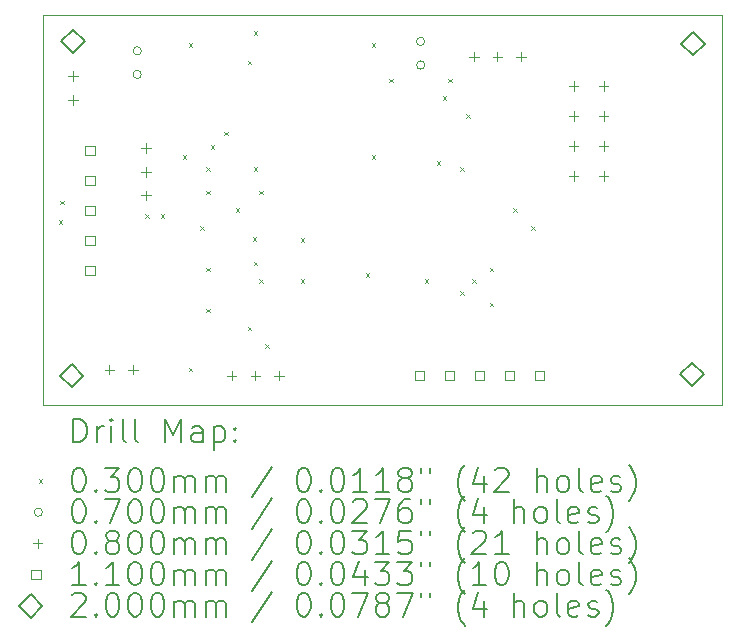
<source format=gbr>
%TF.GenerationSoftware,KiCad,Pcbnew,8.0.7*%
%TF.CreationDate,2025-01-30T16:21:02+01:00*%
%TF.ProjectId,schematics,73636865-6d61-4746-9963-732e6b696361,rev?*%
%TF.SameCoordinates,Original*%
%TF.FileFunction,Drillmap*%
%TF.FilePolarity,Positive*%
%FSLAX45Y45*%
G04 Gerber Fmt 4.5, Leading zero omitted, Abs format (unit mm)*
G04 Created by KiCad (PCBNEW 8.0.7) date 2025-01-30 16:21:02*
%MOMM*%
%LPD*%
G01*
G04 APERTURE LIST*
%ADD10C,0.050000*%
%ADD11C,0.200000*%
%ADD12C,0.100000*%
%ADD13C,0.110000*%
G04 APERTURE END LIST*
D10*
X11800000Y-4800000D02*
X17500000Y-4800000D01*
X11750000Y-4800000D02*
X11800000Y-4800000D01*
X17500000Y-8100000D02*
X11750000Y-8100000D01*
X17500000Y-4800000D02*
X17500000Y-8100000D01*
X11750000Y-8100000D02*
X11750000Y-4800000D01*
D11*
D12*
X11885000Y-6535000D02*
X11915000Y-6565000D01*
X11915000Y-6535000D02*
X11885000Y-6565000D01*
X11900426Y-6369573D02*
X11930426Y-6399573D01*
X11930426Y-6369573D02*
X11900426Y-6399573D01*
X12620000Y-6485000D02*
X12650000Y-6515000D01*
X12650000Y-6485000D02*
X12620000Y-6515000D01*
X12750000Y-6485000D02*
X12780000Y-6515000D01*
X12780000Y-6485000D02*
X12750000Y-6515000D01*
X12935000Y-5985000D02*
X12965000Y-6015000D01*
X12965000Y-5985000D02*
X12935000Y-6015000D01*
X12985000Y-5035000D02*
X13015000Y-5065000D01*
X13015000Y-5035000D02*
X12985000Y-5065000D01*
X12985000Y-7785000D02*
X13015000Y-7815000D01*
X13015000Y-7785000D02*
X12985000Y-7815000D01*
X13085000Y-6585000D02*
X13115000Y-6615000D01*
X13115000Y-6585000D02*
X13085000Y-6615000D01*
X13135000Y-6085000D02*
X13165000Y-6115000D01*
X13165000Y-6085000D02*
X13135000Y-6115000D01*
X13135000Y-6285000D02*
X13165000Y-6315000D01*
X13165000Y-6285000D02*
X13135000Y-6315000D01*
X13135000Y-6935000D02*
X13165000Y-6965000D01*
X13165000Y-6935000D02*
X13135000Y-6965000D01*
X13135000Y-7285000D02*
X13165000Y-7315000D01*
X13165000Y-7285000D02*
X13135000Y-7315000D01*
X13172573Y-5897426D02*
X13202573Y-5927426D01*
X13202573Y-5897426D02*
X13172573Y-5927426D01*
X13285000Y-5785000D02*
X13315000Y-5815000D01*
X13315000Y-5785000D02*
X13285000Y-5815000D01*
X13385000Y-6435000D02*
X13415000Y-6465000D01*
X13415000Y-6435000D02*
X13385000Y-6465000D01*
X13485000Y-5185000D02*
X13515000Y-5215000D01*
X13515000Y-5185000D02*
X13485000Y-5215000D01*
X13485000Y-7435000D02*
X13515000Y-7465000D01*
X13515000Y-7435000D02*
X13485000Y-7465000D01*
X13528323Y-6678323D02*
X13558323Y-6708323D01*
X13558323Y-6678323D02*
X13528323Y-6708323D01*
X13535000Y-4935000D02*
X13565000Y-4965000D01*
X13565000Y-4935000D02*
X13535000Y-4965000D01*
X13535000Y-6085000D02*
X13565000Y-6115000D01*
X13565000Y-6085000D02*
X13535000Y-6115000D01*
X13535000Y-6885000D02*
X13565000Y-6915000D01*
X13565000Y-6885000D02*
X13535000Y-6915000D01*
X13585000Y-6285000D02*
X13615000Y-6315000D01*
X13615000Y-6285000D02*
X13585000Y-6315000D01*
X13585000Y-7035000D02*
X13615000Y-7065000D01*
X13615000Y-7035000D02*
X13585000Y-7065000D01*
X13635000Y-7585000D02*
X13665000Y-7615000D01*
X13665000Y-7585000D02*
X13635000Y-7615000D01*
X13935000Y-6685000D02*
X13965000Y-6715000D01*
X13965000Y-6685000D02*
X13935000Y-6715000D01*
X13935000Y-7035000D02*
X13965000Y-7065000D01*
X13965000Y-7035000D02*
X13935000Y-7065000D01*
X14485000Y-6985000D02*
X14515000Y-7015000D01*
X14515000Y-6985000D02*
X14485000Y-7015000D01*
X14535000Y-5035000D02*
X14565000Y-5065000D01*
X14565000Y-5035000D02*
X14535000Y-5065000D01*
X14535000Y-5985000D02*
X14565000Y-6015000D01*
X14565000Y-5985000D02*
X14535000Y-6015000D01*
X14685000Y-5335000D02*
X14715000Y-5365000D01*
X14715000Y-5335000D02*
X14685000Y-5365000D01*
X14985000Y-7035000D02*
X15015000Y-7065000D01*
X15015000Y-7035000D02*
X14985000Y-7065000D01*
X15085000Y-6035000D02*
X15115000Y-6065000D01*
X15115000Y-6035000D02*
X15085000Y-6065000D01*
X15135000Y-5485000D02*
X15165000Y-5515000D01*
X15165000Y-5485000D02*
X15135000Y-5515000D01*
X15185000Y-5335000D02*
X15215000Y-5365000D01*
X15215000Y-5335000D02*
X15185000Y-5365000D01*
X15285000Y-6085000D02*
X15315000Y-6115000D01*
X15315000Y-6085000D02*
X15285000Y-6115000D01*
X15285000Y-7135000D02*
X15315000Y-7165000D01*
X15315000Y-7135000D02*
X15285000Y-7165000D01*
X15335000Y-5635000D02*
X15365000Y-5665000D01*
X15365000Y-5635000D02*
X15335000Y-5665000D01*
X15385000Y-7035000D02*
X15415000Y-7065000D01*
X15415000Y-7035000D02*
X15385000Y-7065000D01*
X15535000Y-6935000D02*
X15565000Y-6965000D01*
X15565000Y-6935000D02*
X15535000Y-6965000D01*
X15535000Y-7235000D02*
X15565000Y-7265000D01*
X15565000Y-7235000D02*
X15535000Y-7265000D01*
X15735000Y-6435000D02*
X15765000Y-6465000D01*
X15765000Y-6435000D02*
X15735000Y-6465000D01*
X15885000Y-6585000D02*
X15915000Y-6615000D01*
X15915000Y-6585000D02*
X15885000Y-6615000D01*
X12585000Y-5100000D02*
G75*
G02*
X12515000Y-5100000I-35000J0D01*
G01*
X12515000Y-5100000D02*
G75*
G02*
X12585000Y-5100000I35000J0D01*
G01*
X12585000Y-5300000D02*
G75*
G02*
X12515000Y-5300000I-35000J0D01*
G01*
X12515000Y-5300000D02*
G75*
G02*
X12585000Y-5300000I35000J0D01*
G01*
X14985000Y-5021000D02*
G75*
G02*
X14915000Y-5021000I-35000J0D01*
G01*
X14915000Y-5021000D02*
G75*
G02*
X14985000Y-5021000I35000J0D01*
G01*
X14985000Y-5221000D02*
G75*
G02*
X14915000Y-5221000I-35000J0D01*
G01*
X14915000Y-5221000D02*
G75*
G02*
X14985000Y-5221000I35000J0D01*
G01*
X12005000Y-5275000D02*
X12005000Y-5355000D01*
X11965000Y-5315000D02*
X12045000Y-5315000D01*
X12005000Y-5475000D02*
X12005000Y-5555000D01*
X11965000Y-5515000D02*
X12045000Y-5515000D01*
X12315000Y-7760000D02*
X12315000Y-7840000D01*
X12275000Y-7800000D02*
X12355000Y-7800000D01*
X12515000Y-7760000D02*
X12515000Y-7840000D01*
X12475000Y-7800000D02*
X12555000Y-7800000D01*
X12625000Y-5885000D02*
X12625000Y-5965000D01*
X12585000Y-5925000D02*
X12665000Y-5925000D01*
X12625000Y-6085000D02*
X12625000Y-6165000D01*
X12585000Y-6125000D02*
X12665000Y-6125000D01*
X12625000Y-6285000D02*
X12625000Y-6365000D01*
X12585000Y-6325000D02*
X12665000Y-6325000D01*
X13350000Y-7810000D02*
X13350000Y-7890000D01*
X13310000Y-7850000D02*
X13390000Y-7850000D01*
X13550000Y-7810000D02*
X13550000Y-7890000D01*
X13510000Y-7850000D02*
X13590000Y-7850000D01*
X13750000Y-7810000D02*
X13750000Y-7890000D01*
X13710000Y-7850000D02*
X13790000Y-7850000D01*
X15400000Y-5110000D02*
X15400000Y-5190000D01*
X15360000Y-5150000D02*
X15440000Y-5150000D01*
X15600000Y-5110000D02*
X15600000Y-5190000D01*
X15560000Y-5150000D02*
X15640000Y-5150000D01*
X15800000Y-5110000D02*
X15800000Y-5190000D01*
X15760000Y-5150000D02*
X15840000Y-5150000D01*
X16245000Y-5359000D02*
X16245000Y-5439000D01*
X16205000Y-5399000D02*
X16285000Y-5399000D01*
X16245000Y-5613000D02*
X16245000Y-5693000D01*
X16205000Y-5653000D02*
X16285000Y-5653000D01*
X16245000Y-5867000D02*
X16245000Y-5947000D01*
X16205000Y-5907000D02*
X16285000Y-5907000D01*
X16245000Y-6121000D02*
X16245000Y-6201000D01*
X16205000Y-6161000D02*
X16285000Y-6161000D01*
X16499000Y-5359000D02*
X16499000Y-5439000D01*
X16459000Y-5399000D02*
X16539000Y-5399000D01*
X16499000Y-5613000D02*
X16499000Y-5693000D01*
X16459000Y-5653000D02*
X16539000Y-5653000D01*
X16499000Y-5867000D02*
X16499000Y-5947000D01*
X16459000Y-5907000D02*
X16539000Y-5907000D01*
X16499000Y-6121000D02*
X16499000Y-6201000D01*
X16459000Y-6161000D02*
X16539000Y-6161000D01*
D13*
X12188891Y-5980891D02*
X12188891Y-5903109D01*
X12111109Y-5903109D01*
X12111109Y-5980891D01*
X12188891Y-5980891D01*
X12188891Y-6234891D02*
X12188891Y-6157109D01*
X12111109Y-6157109D01*
X12111109Y-6234891D01*
X12188891Y-6234891D01*
X12188891Y-6488891D02*
X12188891Y-6411109D01*
X12111109Y-6411109D01*
X12111109Y-6488891D01*
X12188891Y-6488891D01*
X12188891Y-6742891D02*
X12188891Y-6665109D01*
X12111109Y-6665109D01*
X12111109Y-6742891D01*
X12188891Y-6742891D01*
X12188891Y-6996891D02*
X12188891Y-6919109D01*
X12111109Y-6919109D01*
X12111109Y-6996891D01*
X12188891Y-6996891D01*
X14976891Y-7888891D02*
X14976891Y-7811109D01*
X14899109Y-7811109D01*
X14899109Y-7888891D01*
X14976891Y-7888891D01*
X15230891Y-7888891D02*
X15230891Y-7811109D01*
X15153109Y-7811109D01*
X15153109Y-7888891D01*
X15230891Y-7888891D01*
X15484891Y-7888891D02*
X15484891Y-7811109D01*
X15407109Y-7811109D01*
X15407109Y-7888891D01*
X15484891Y-7888891D01*
X15738891Y-7888891D02*
X15738891Y-7811109D01*
X15661109Y-7811109D01*
X15661109Y-7888891D01*
X15738891Y-7888891D01*
X15992891Y-7888891D02*
X15992891Y-7811109D01*
X15915109Y-7811109D01*
X15915109Y-7888891D01*
X15992891Y-7888891D01*
D11*
X11995000Y-7950000D02*
X12095000Y-7850000D01*
X11995000Y-7750000D01*
X11895000Y-7850000D01*
X11995000Y-7950000D01*
X12005000Y-5120000D02*
X12105000Y-5020000D01*
X12005000Y-4920000D01*
X11905000Y-5020000D01*
X12005000Y-5120000D01*
X17245000Y-7940000D02*
X17345000Y-7840000D01*
X17245000Y-7740000D01*
X17145000Y-7840000D01*
X17245000Y-7940000D01*
X17255000Y-5140000D02*
X17355000Y-5040000D01*
X17255000Y-4940000D01*
X17155000Y-5040000D01*
X17255000Y-5140000D01*
X12008277Y-8413984D02*
X12008277Y-8213984D01*
X12008277Y-8213984D02*
X12055896Y-8213984D01*
X12055896Y-8213984D02*
X12084467Y-8223508D01*
X12084467Y-8223508D02*
X12103515Y-8242555D01*
X12103515Y-8242555D02*
X12113039Y-8261603D01*
X12113039Y-8261603D02*
X12122562Y-8299698D01*
X12122562Y-8299698D02*
X12122562Y-8328269D01*
X12122562Y-8328269D02*
X12113039Y-8366365D01*
X12113039Y-8366365D02*
X12103515Y-8385412D01*
X12103515Y-8385412D02*
X12084467Y-8404460D01*
X12084467Y-8404460D02*
X12055896Y-8413984D01*
X12055896Y-8413984D02*
X12008277Y-8413984D01*
X12208277Y-8413984D02*
X12208277Y-8280650D01*
X12208277Y-8318746D02*
X12217801Y-8299698D01*
X12217801Y-8299698D02*
X12227324Y-8290174D01*
X12227324Y-8290174D02*
X12246372Y-8280650D01*
X12246372Y-8280650D02*
X12265420Y-8280650D01*
X12332086Y-8413984D02*
X12332086Y-8280650D01*
X12332086Y-8213984D02*
X12322562Y-8223508D01*
X12322562Y-8223508D02*
X12332086Y-8233031D01*
X12332086Y-8233031D02*
X12341610Y-8223508D01*
X12341610Y-8223508D02*
X12332086Y-8213984D01*
X12332086Y-8213984D02*
X12332086Y-8233031D01*
X12455896Y-8413984D02*
X12436848Y-8404460D01*
X12436848Y-8404460D02*
X12427324Y-8385412D01*
X12427324Y-8385412D02*
X12427324Y-8213984D01*
X12560658Y-8413984D02*
X12541610Y-8404460D01*
X12541610Y-8404460D02*
X12532086Y-8385412D01*
X12532086Y-8385412D02*
X12532086Y-8213984D01*
X12789229Y-8413984D02*
X12789229Y-8213984D01*
X12789229Y-8213984D02*
X12855896Y-8356841D01*
X12855896Y-8356841D02*
X12922562Y-8213984D01*
X12922562Y-8213984D02*
X12922562Y-8413984D01*
X13103515Y-8413984D02*
X13103515Y-8309222D01*
X13103515Y-8309222D02*
X13093991Y-8290174D01*
X13093991Y-8290174D02*
X13074943Y-8280650D01*
X13074943Y-8280650D02*
X13036848Y-8280650D01*
X13036848Y-8280650D02*
X13017801Y-8290174D01*
X13103515Y-8404460D02*
X13084467Y-8413984D01*
X13084467Y-8413984D02*
X13036848Y-8413984D01*
X13036848Y-8413984D02*
X13017801Y-8404460D01*
X13017801Y-8404460D02*
X13008277Y-8385412D01*
X13008277Y-8385412D02*
X13008277Y-8366365D01*
X13008277Y-8366365D02*
X13017801Y-8347317D01*
X13017801Y-8347317D02*
X13036848Y-8337793D01*
X13036848Y-8337793D02*
X13084467Y-8337793D01*
X13084467Y-8337793D02*
X13103515Y-8328269D01*
X13198753Y-8280650D02*
X13198753Y-8480650D01*
X13198753Y-8290174D02*
X13217801Y-8280650D01*
X13217801Y-8280650D02*
X13255896Y-8280650D01*
X13255896Y-8280650D02*
X13274943Y-8290174D01*
X13274943Y-8290174D02*
X13284467Y-8299698D01*
X13284467Y-8299698D02*
X13293991Y-8318746D01*
X13293991Y-8318746D02*
X13293991Y-8375888D01*
X13293991Y-8375888D02*
X13284467Y-8394936D01*
X13284467Y-8394936D02*
X13274943Y-8404460D01*
X13274943Y-8404460D02*
X13255896Y-8413984D01*
X13255896Y-8413984D02*
X13217801Y-8413984D01*
X13217801Y-8413984D02*
X13198753Y-8404460D01*
X13379705Y-8394936D02*
X13389229Y-8404460D01*
X13389229Y-8404460D02*
X13379705Y-8413984D01*
X13379705Y-8413984D02*
X13370182Y-8404460D01*
X13370182Y-8404460D02*
X13379705Y-8394936D01*
X13379705Y-8394936D02*
X13379705Y-8413984D01*
X13379705Y-8290174D02*
X13389229Y-8299698D01*
X13389229Y-8299698D02*
X13379705Y-8309222D01*
X13379705Y-8309222D02*
X13370182Y-8299698D01*
X13370182Y-8299698D02*
X13379705Y-8290174D01*
X13379705Y-8290174D02*
X13379705Y-8309222D01*
D12*
X11717500Y-8727500D02*
X11747500Y-8757500D01*
X11747500Y-8727500D02*
X11717500Y-8757500D01*
D11*
X12046372Y-8633984D02*
X12065420Y-8633984D01*
X12065420Y-8633984D02*
X12084467Y-8643508D01*
X12084467Y-8643508D02*
X12093991Y-8653031D01*
X12093991Y-8653031D02*
X12103515Y-8672079D01*
X12103515Y-8672079D02*
X12113039Y-8710174D01*
X12113039Y-8710174D02*
X12113039Y-8757793D01*
X12113039Y-8757793D02*
X12103515Y-8795889D01*
X12103515Y-8795889D02*
X12093991Y-8814936D01*
X12093991Y-8814936D02*
X12084467Y-8824460D01*
X12084467Y-8824460D02*
X12065420Y-8833984D01*
X12065420Y-8833984D02*
X12046372Y-8833984D01*
X12046372Y-8833984D02*
X12027324Y-8824460D01*
X12027324Y-8824460D02*
X12017801Y-8814936D01*
X12017801Y-8814936D02*
X12008277Y-8795889D01*
X12008277Y-8795889D02*
X11998753Y-8757793D01*
X11998753Y-8757793D02*
X11998753Y-8710174D01*
X11998753Y-8710174D02*
X12008277Y-8672079D01*
X12008277Y-8672079D02*
X12017801Y-8653031D01*
X12017801Y-8653031D02*
X12027324Y-8643508D01*
X12027324Y-8643508D02*
X12046372Y-8633984D01*
X12198753Y-8814936D02*
X12208277Y-8824460D01*
X12208277Y-8824460D02*
X12198753Y-8833984D01*
X12198753Y-8833984D02*
X12189229Y-8824460D01*
X12189229Y-8824460D02*
X12198753Y-8814936D01*
X12198753Y-8814936D02*
X12198753Y-8833984D01*
X12274943Y-8633984D02*
X12398753Y-8633984D01*
X12398753Y-8633984D02*
X12332086Y-8710174D01*
X12332086Y-8710174D02*
X12360658Y-8710174D01*
X12360658Y-8710174D02*
X12379705Y-8719698D01*
X12379705Y-8719698D02*
X12389229Y-8729222D01*
X12389229Y-8729222D02*
X12398753Y-8748270D01*
X12398753Y-8748270D02*
X12398753Y-8795889D01*
X12398753Y-8795889D02*
X12389229Y-8814936D01*
X12389229Y-8814936D02*
X12379705Y-8824460D01*
X12379705Y-8824460D02*
X12360658Y-8833984D01*
X12360658Y-8833984D02*
X12303515Y-8833984D01*
X12303515Y-8833984D02*
X12284467Y-8824460D01*
X12284467Y-8824460D02*
X12274943Y-8814936D01*
X12522562Y-8633984D02*
X12541610Y-8633984D01*
X12541610Y-8633984D02*
X12560658Y-8643508D01*
X12560658Y-8643508D02*
X12570182Y-8653031D01*
X12570182Y-8653031D02*
X12579705Y-8672079D01*
X12579705Y-8672079D02*
X12589229Y-8710174D01*
X12589229Y-8710174D02*
X12589229Y-8757793D01*
X12589229Y-8757793D02*
X12579705Y-8795889D01*
X12579705Y-8795889D02*
X12570182Y-8814936D01*
X12570182Y-8814936D02*
X12560658Y-8824460D01*
X12560658Y-8824460D02*
X12541610Y-8833984D01*
X12541610Y-8833984D02*
X12522562Y-8833984D01*
X12522562Y-8833984D02*
X12503515Y-8824460D01*
X12503515Y-8824460D02*
X12493991Y-8814936D01*
X12493991Y-8814936D02*
X12484467Y-8795889D01*
X12484467Y-8795889D02*
X12474943Y-8757793D01*
X12474943Y-8757793D02*
X12474943Y-8710174D01*
X12474943Y-8710174D02*
X12484467Y-8672079D01*
X12484467Y-8672079D02*
X12493991Y-8653031D01*
X12493991Y-8653031D02*
X12503515Y-8643508D01*
X12503515Y-8643508D02*
X12522562Y-8633984D01*
X12713039Y-8633984D02*
X12732086Y-8633984D01*
X12732086Y-8633984D02*
X12751134Y-8643508D01*
X12751134Y-8643508D02*
X12760658Y-8653031D01*
X12760658Y-8653031D02*
X12770182Y-8672079D01*
X12770182Y-8672079D02*
X12779705Y-8710174D01*
X12779705Y-8710174D02*
X12779705Y-8757793D01*
X12779705Y-8757793D02*
X12770182Y-8795889D01*
X12770182Y-8795889D02*
X12760658Y-8814936D01*
X12760658Y-8814936D02*
X12751134Y-8824460D01*
X12751134Y-8824460D02*
X12732086Y-8833984D01*
X12732086Y-8833984D02*
X12713039Y-8833984D01*
X12713039Y-8833984D02*
X12693991Y-8824460D01*
X12693991Y-8824460D02*
X12684467Y-8814936D01*
X12684467Y-8814936D02*
X12674943Y-8795889D01*
X12674943Y-8795889D02*
X12665420Y-8757793D01*
X12665420Y-8757793D02*
X12665420Y-8710174D01*
X12665420Y-8710174D02*
X12674943Y-8672079D01*
X12674943Y-8672079D02*
X12684467Y-8653031D01*
X12684467Y-8653031D02*
X12693991Y-8643508D01*
X12693991Y-8643508D02*
X12713039Y-8633984D01*
X12865420Y-8833984D02*
X12865420Y-8700650D01*
X12865420Y-8719698D02*
X12874943Y-8710174D01*
X12874943Y-8710174D02*
X12893991Y-8700650D01*
X12893991Y-8700650D02*
X12922563Y-8700650D01*
X12922563Y-8700650D02*
X12941610Y-8710174D01*
X12941610Y-8710174D02*
X12951134Y-8729222D01*
X12951134Y-8729222D02*
X12951134Y-8833984D01*
X12951134Y-8729222D02*
X12960658Y-8710174D01*
X12960658Y-8710174D02*
X12979705Y-8700650D01*
X12979705Y-8700650D02*
X13008277Y-8700650D01*
X13008277Y-8700650D02*
X13027324Y-8710174D01*
X13027324Y-8710174D02*
X13036848Y-8729222D01*
X13036848Y-8729222D02*
X13036848Y-8833984D01*
X13132086Y-8833984D02*
X13132086Y-8700650D01*
X13132086Y-8719698D02*
X13141610Y-8710174D01*
X13141610Y-8710174D02*
X13160658Y-8700650D01*
X13160658Y-8700650D02*
X13189229Y-8700650D01*
X13189229Y-8700650D02*
X13208277Y-8710174D01*
X13208277Y-8710174D02*
X13217801Y-8729222D01*
X13217801Y-8729222D02*
X13217801Y-8833984D01*
X13217801Y-8729222D02*
X13227324Y-8710174D01*
X13227324Y-8710174D02*
X13246372Y-8700650D01*
X13246372Y-8700650D02*
X13274943Y-8700650D01*
X13274943Y-8700650D02*
X13293991Y-8710174D01*
X13293991Y-8710174D02*
X13303515Y-8729222D01*
X13303515Y-8729222D02*
X13303515Y-8833984D01*
X13693991Y-8624460D02*
X13522563Y-8881603D01*
X13951134Y-8633984D02*
X13970182Y-8633984D01*
X13970182Y-8633984D02*
X13989229Y-8643508D01*
X13989229Y-8643508D02*
X13998753Y-8653031D01*
X13998753Y-8653031D02*
X14008277Y-8672079D01*
X14008277Y-8672079D02*
X14017801Y-8710174D01*
X14017801Y-8710174D02*
X14017801Y-8757793D01*
X14017801Y-8757793D02*
X14008277Y-8795889D01*
X14008277Y-8795889D02*
X13998753Y-8814936D01*
X13998753Y-8814936D02*
X13989229Y-8824460D01*
X13989229Y-8824460D02*
X13970182Y-8833984D01*
X13970182Y-8833984D02*
X13951134Y-8833984D01*
X13951134Y-8833984D02*
X13932086Y-8824460D01*
X13932086Y-8824460D02*
X13922563Y-8814936D01*
X13922563Y-8814936D02*
X13913039Y-8795889D01*
X13913039Y-8795889D02*
X13903515Y-8757793D01*
X13903515Y-8757793D02*
X13903515Y-8710174D01*
X13903515Y-8710174D02*
X13913039Y-8672079D01*
X13913039Y-8672079D02*
X13922563Y-8653031D01*
X13922563Y-8653031D02*
X13932086Y-8643508D01*
X13932086Y-8643508D02*
X13951134Y-8633984D01*
X14103515Y-8814936D02*
X14113039Y-8824460D01*
X14113039Y-8824460D02*
X14103515Y-8833984D01*
X14103515Y-8833984D02*
X14093991Y-8824460D01*
X14093991Y-8824460D02*
X14103515Y-8814936D01*
X14103515Y-8814936D02*
X14103515Y-8833984D01*
X14236848Y-8633984D02*
X14255896Y-8633984D01*
X14255896Y-8633984D02*
X14274944Y-8643508D01*
X14274944Y-8643508D02*
X14284467Y-8653031D01*
X14284467Y-8653031D02*
X14293991Y-8672079D01*
X14293991Y-8672079D02*
X14303515Y-8710174D01*
X14303515Y-8710174D02*
X14303515Y-8757793D01*
X14303515Y-8757793D02*
X14293991Y-8795889D01*
X14293991Y-8795889D02*
X14284467Y-8814936D01*
X14284467Y-8814936D02*
X14274944Y-8824460D01*
X14274944Y-8824460D02*
X14255896Y-8833984D01*
X14255896Y-8833984D02*
X14236848Y-8833984D01*
X14236848Y-8833984D02*
X14217801Y-8824460D01*
X14217801Y-8824460D02*
X14208277Y-8814936D01*
X14208277Y-8814936D02*
X14198753Y-8795889D01*
X14198753Y-8795889D02*
X14189229Y-8757793D01*
X14189229Y-8757793D02*
X14189229Y-8710174D01*
X14189229Y-8710174D02*
X14198753Y-8672079D01*
X14198753Y-8672079D02*
X14208277Y-8653031D01*
X14208277Y-8653031D02*
X14217801Y-8643508D01*
X14217801Y-8643508D02*
X14236848Y-8633984D01*
X14493991Y-8833984D02*
X14379706Y-8833984D01*
X14436848Y-8833984D02*
X14436848Y-8633984D01*
X14436848Y-8633984D02*
X14417801Y-8662555D01*
X14417801Y-8662555D02*
X14398753Y-8681603D01*
X14398753Y-8681603D02*
X14379706Y-8691127D01*
X14684467Y-8833984D02*
X14570182Y-8833984D01*
X14627325Y-8833984D02*
X14627325Y-8633984D01*
X14627325Y-8633984D02*
X14608277Y-8662555D01*
X14608277Y-8662555D02*
X14589229Y-8681603D01*
X14589229Y-8681603D02*
X14570182Y-8691127D01*
X14798753Y-8719698D02*
X14779706Y-8710174D01*
X14779706Y-8710174D02*
X14770182Y-8700650D01*
X14770182Y-8700650D02*
X14760658Y-8681603D01*
X14760658Y-8681603D02*
X14760658Y-8672079D01*
X14760658Y-8672079D02*
X14770182Y-8653031D01*
X14770182Y-8653031D02*
X14779706Y-8643508D01*
X14779706Y-8643508D02*
X14798753Y-8633984D01*
X14798753Y-8633984D02*
X14836848Y-8633984D01*
X14836848Y-8633984D02*
X14855896Y-8643508D01*
X14855896Y-8643508D02*
X14865420Y-8653031D01*
X14865420Y-8653031D02*
X14874944Y-8672079D01*
X14874944Y-8672079D02*
X14874944Y-8681603D01*
X14874944Y-8681603D02*
X14865420Y-8700650D01*
X14865420Y-8700650D02*
X14855896Y-8710174D01*
X14855896Y-8710174D02*
X14836848Y-8719698D01*
X14836848Y-8719698D02*
X14798753Y-8719698D01*
X14798753Y-8719698D02*
X14779706Y-8729222D01*
X14779706Y-8729222D02*
X14770182Y-8738746D01*
X14770182Y-8738746D02*
X14760658Y-8757793D01*
X14760658Y-8757793D02*
X14760658Y-8795889D01*
X14760658Y-8795889D02*
X14770182Y-8814936D01*
X14770182Y-8814936D02*
X14779706Y-8824460D01*
X14779706Y-8824460D02*
X14798753Y-8833984D01*
X14798753Y-8833984D02*
X14836848Y-8833984D01*
X14836848Y-8833984D02*
X14855896Y-8824460D01*
X14855896Y-8824460D02*
X14865420Y-8814936D01*
X14865420Y-8814936D02*
X14874944Y-8795889D01*
X14874944Y-8795889D02*
X14874944Y-8757793D01*
X14874944Y-8757793D02*
X14865420Y-8738746D01*
X14865420Y-8738746D02*
X14855896Y-8729222D01*
X14855896Y-8729222D02*
X14836848Y-8719698D01*
X14951134Y-8633984D02*
X14951134Y-8672079D01*
X15027325Y-8633984D02*
X15027325Y-8672079D01*
X15322563Y-8910174D02*
X15313039Y-8900650D01*
X15313039Y-8900650D02*
X15293991Y-8872079D01*
X15293991Y-8872079D02*
X15284468Y-8853031D01*
X15284468Y-8853031D02*
X15274944Y-8824460D01*
X15274944Y-8824460D02*
X15265420Y-8776841D01*
X15265420Y-8776841D02*
X15265420Y-8738746D01*
X15265420Y-8738746D02*
X15274944Y-8691127D01*
X15274944Y-8691127D02*
X15284468Y-8662555D01*
X15284468Y-8662555D02*
X15293991Y-8643508D01*
X15293991Y-8643508D02*
X15313039Y-8614936D01*
X15313039Y-8614936D02*
X15322563Y-8605412D01*
X15484468Y-8700650D02*
X15484468Y-8833984D01*
X15436848Y-8624460D02*
X15389229Y-8767317D01*
X15389229Y-8767317D02*
X15513039Y-8767317D01*
X15579706Y-8653031D02*
X15589229Y-8643508D01*
X15589229Y-8643508D02*
X15608277Y-8633984D01*
X15608277Y-8633984D02*
X15655896Y-8633984D01*
X15655896Y-8633984D02*
X15674944Y-8643508D01*
X15674944Y-8643508D02*
X15684468Y-8653031D01*
X15684468Y-8653031D02*
X15693991Y-8672079D01*
X15693991Y-8672079D02*
X15693991Y-8691127D01*
X15693991Y-8691127D02*
X15684468Y-8719698D01*
X15684468Y-8719698D02*
X15570182Y-8833984D01*
X15570182Y-8833984D02*
X15693991Y-8833984D01*
X15932087Y-8833984D02*
X15932087Y-8633984D01*
X16017801Y-8833984D02*
X16017801Y-8729222D01*
X16017801Y-8729222D02*
X16008277Y-8710174D01*
X16008277Y-8710174D02*
X15989230Y-8700650D01*
X15989230Y-8700650D02*
X15960658Y-8700650D01*
X15960658Y-8700650D02*
X15941610Y-8710174D01*
X15941610Y-8710174D02*
X15932087Y-8719698D01*
X16141610Y-8833984D02*
X16122563Y-8824460D01*
X16122563Y-8824460D02*
X16113039Y-8814936D01*
X16113039Y-8814936D02*
X16103515Y-8795889D01*
X16103515Y-8795889D02*
X16103515Y-8738746D01*
X16103515Y-8738746D02*
X16113039Y-8719698D01*
X16113039Y-8719698D02*
X16122563Y-8710174D01*
X16122563Y-8710174D02*
X16141610Y-8700650D01*
X16141610Y-8700650D02*
X16170182Y-8700650D01*
X16170182Y-8700650D02*
X16189230Y-8710174D01*
X16189230Y-8710174D02*
X16198753Y-8719698D01*
X16198753Y-8719698D02*
X16208277Y-8738746D01*
X16208277Y-8738746D02*
X16208277Y-8795889D01*
X16208277Y-8795889D02*
X16198753Y-8814936D01*
X16198753Y-8814936D02*
X16189230Y-8824460D01*
X16189230Y-8824460D02*
X16170182Y-8833984D01*
X16170182Y-8833984D02*
X16141610Y-8833984D01*
X16322563Y-8833984D02*
X16303515Y-8824460D01*
X16303515Y-8824460D02*
X16293991Y-8805412D01*
X16293991Y-8805412D02*
X16293991Y-8633984D01*
X16474944Y-8824460D02*
X16455896Y-8833984D01*
X16455896Y-8833984D02*
X16417801Y-8833984D01*
X16417801Y-8833984D02*
X16398753Y-8824460D01*
X16398753Y-8824460D02*
X16389230Y-8805412D01*
X16389230Y-8805412D02*
X16389230Y-8729222D01*
X16389230Y-8729222D02*
X16398753Y-8710174D01*
X16398753Y-8710174D02*
X16417801Y-8700650D01*
X16417801Y-8700650D02*
X16455896Y-8700650D01*
X16455896Y-8700650D02*
X16474944Y-8710174D01*
X16474944Y-8710174D02*
X16484468Y-8729222D01*
X16484468Y-8729222D02*
X16484468Y-8748270D01*
X16484468Y-8748270D02*
X16389230Y-8767317D01*
X16560658Y-8824460D02*
X16579706Y-8833984D01*
X16579706Y-8833984D02*
X16617801Y-8833984D01*
X16617801Y-8833984D02*
X16636849Y-8824460D01*
X16636849Y-8824460D02*
X16646372Y-8805412D01*
X16646372Y-8805412D02*
X16646372Y-8795889D01*
X16646372Y-8795889D02*
X16636849Y-8776841D01*
X16636849Y-8776841D02*
X16617801Y-8767317D01*
X16617801Y-8767317D02*
X16589230Y-8767317D01*
X16589230Y-8767317D02*
X16570182Y-8757793D01*
X16570182Y-8757793D02*
X16560658Y-8738746D01*
X16560658Y-8738746D02*
X16560658Y-8729222D01*
X16560658Y-8729222D02*
X16570182Y-8710174D01*
X16570182Y-8710174D02*
X16589230Y-8700650D01*
X16589230Y-8700650D02*
X16617801Y-8700650D01*
X16617801Y-8700650D02*
X16636849Y-8710174D01*
X16713039Y-8910174D02*
X16722563Y-8900650D01*
X16722563Y-8900650D02*
X16741611Y-8872079D01*
X16741611Y-8872079D02*
X16751134Y-8853031D01*
X16751134Y-8853031D02*
X16760658Y-8824460D01*
X16760658Y-8824460D02*
X16770182Y-8776841D01*
X16770182Y-8776841D02*
X16770182Y-8738746D01*
X16770182Y-8738746D02*
X16760658Y-8691127D01*
X16760658Y-8691127D02*
X16751134Y-8662555D01*
X16751134Y-8662555D02*
X16741611Y-8643508D01*
X16741611Y-8643508D02*
X16722563Y-8614936D01*
X16722563Y-8614936D02*
X16713039Y-8605412D01*
D12*
X11747500Y-9006500D02*
G75*
G02*
X11677500Y-9006500I-35000J0D01*
G01*
X11677500Y-9006500D02*
G75*
G02*
X11747500Y-9006500I35000J0D01*
G01*
D11*
X12046372Y-8897984D02*
X12065420Y-8897984D01*
X12065420Y-8897984D02*
X12084467Y-8907508D01*
X12084467Y-8907508D02*
X12093991Y-8917031D01*
X12093991Y-8917031D02*
X12103515Y-8936079D01*
X12103515Y-8936079D02*
X12113039Y-8974174D01*
X12113039Y-8974174D02*
X12113039Y-9021793D01*
X12113039Y-9021793D02*
X12103515Y-9059889D01*
X12103515Y-9059889D02*
X12093991Y-9078936D01*
X12093991Y-9078936D02*
X12084467Y-9088460D01*
X12084467Y-9088460D02*
X12065420Y-9097984D01*
X12065420Y-9097984D02*
X12046372Y-9097984D01*
X12046372Y-9097984D02*
X12027324Y-9088460D01*
X12027324Y-9088460D02*
X12017801Y-9078936D01*
X12017801Y-9078936D02*
X12008277Y-9059889D01*
X12008277Y-9059889D02*
X11998753Y-9021793D01*
X11998753Y-9021793D02*
X11998753Y-8974174D01*
X11998753Y-8974174D02*
X12008277Y-8936079D01*
X12008277Y-8936079D02*
X12017801Y-8917031D01*
X12017801Y-8917031D02*
X12027324Y-8907508D01*
X12027324Y-8907508D02*
X12046372Y-8897984D01*
X12198753Y-9078936D02*
X12208277Y-9088460D01*
X12208277Y-9088460D02*
X12198753Y-9097984D01*
X12198753Y-9097984D02*
X12189229Y-9088460D01*
X12189229Y-9088460D02*
X12198753Y-9078936D01*
X12198753Y-9078936D02*
X12198753Y-9097984D01*
X12274943Y-8897984D02*
X12408277Y-8897984D01*
X12408277Y-8897984D02*
X12322562Y-9097984D01*
X12522562Y-8897984D02*
X12541610Y-8897984D01*
X12541610Y-8897984D02*
X12560658Y-8907508D01*
X12560658Y-8907508D02*
X12570182Y-8917031D01*
X12570182Y-8917031D02*
X12579705Y-8936079D01*
X12579705Y-8936079D02*
X12589229Y-8974174D01*
X12589229Y-8974174D02*
X12589229Y-9021793D01*
X12589229Y-9021793D02*
X12579705Y-9059889D01*
X12579705Y-9059889D02*
X12570182Y-9078936D01*
X12570182Y-9078936D02*
X12560658Y-9088460D01*
X12560658Y-9088460D02*
X12541610Y-9097984D01*
X12541610Y-9097984D02*
X12522562Y-9097984D01*
X12522562Y-9097984D02*
X12503515Y-9088460D01*
X12503515Y-9088460D02*
X12493991Y-9078936D01*
X12493991Y-9078936D02*
X12484467Y-9059889D01*
X12484467Y-9059889D02*
X12474943Y-9021793D01*
X12474943Y-9021793D02*
X12474943Y-8974174D01*
X12474943Y-8974174D02*
X12484467Y-8936079D01*
X12484467Y-8936079D02*
X12493991Y-8917031D01*
X12493991Y-8917031D02*
X12503515Y-8907508D01*
X12503515Y-8907508D02*
X12522562Y-8897984D01*
X12713039Y-8897984D02*
X12732086Y-8897984D01*
X12732086Y-8897984D02*
X12751134Y-8907508D01*
X12751134Y-8907508D02*
X12760658Y-8917031D01*
X12760658Y-8917031D02*
X12770182Y-8936079D01*
X12770182Y-8936079D02*
X12779705Y-8974174D01*
X12779705Y-8974174D02*
X12779705Y-9021793D01*
X12779705Y-9021793D02*
X12770182Y-9059889D01*
X12770182Y-9059889D02*
X12760658Y-9078936D01*
X12760658Y-9078936D02*
X12751134Y-9088460D01*
X12751134Y-9088460D02*
X12732086Y-9097984D01*
X12732086Y-9097984D02*
X12713039Y-9097984D01*
X12713039Y-9097984D02*
X12693991Y-9088460D01*
X12693991Y-9088460D02*
X12684467Y-9078936D01*
X12684467Y-9078936D02*
X12674943Y-9059889D01*
X12674943Y-9059889D02*
X12665420Y-9021793D01*
X12665420Y-9021793D02*
X12665420Y-8974174D01*
X12665420Y-8974174D02*
X12674943Y-8936079D01*
X12674943Y-8936079D02*
X12684467Y-8917031D01*
X12684467Y-8917031D02*
X12693991Y-8907508D01*
X12693991Y-8907508D02*
X12713039Y-8897984D01*
X12865420Y-9097984D02*
X12865420Y-8964650D01*
X12865420Y-8983698D02*
X12874943Y-8974174D01*
X12874943Y-8974174D02*
X12893991Y-8964650D01*
X12893991Y-8964650D02*
X12922563Y-8964650D01*
X12922563Y-8964650D02*
X12941610Y-8974174D01*
X12941610Y-8974174D02*
X12951134Y-8993222D01*
X12951134Y-8993222D02*
X12951134Y-9097984D01*
X12951134Y-8993222D02*
X12960658Y-8974174D01*
X12960658Y-8974174D02*
X12979705Y-8964650D01*
X12979705Y-8964650D02*
X13008277Y-8964650D01*
X13008277Y-8964650D02*
X13027324Y-8974174D01*
X13027324Y-8974174D02*
X13036848Y-8993222D01*
X13036848Y-8993222D02*
X13036848Y-9097984D01*
X13132086Y-9097984D02*
X13132086Y-8964650D01*
X13132086Y-8983698D02*
X13141610Y-8974174D01*
X13141610Y-8974174D02*
X13160658Y-8964650D01*
X13160658Y-8964650D02*
X13189229Y-8964650D01*
X13189229Y-8964650D02*
X13208277Y-8974174D01*
X13208277Y-8974174D02*
X13217801Y-8993222D01*
X13217801Y-8993222D02*
X13217801Y-9097984D01*
X13217801Y-8993222D02*
X13227324Y-8974174D01*
X13227324Y-8974174D02*
X13246372Y-8964650D01*
X13246372Y-8964650D02*
X13274943Y-8964650D01*
X13274943Y-8964650D02*
X13293991Y-8974174D01*
X13293991Y-8974174D02*
X13303515Y-8993222D01*
X13303515Y-8993222D02*
X13303515Y-9097984D01*
X13693991Y-8888460D02*
X13522563Y-9145603D01*
X13951134Y-8897984D02*
X13970182Y-8897984D01*
X13970182Y-8897984D02*
X13989229Y-8907508D01*
X13989229Y-8907508D02*
X13998753Y-8917031D01*
X13998753Y-8917031D02*
X14008277Y-8936079D01*
X14008277Y-8936079D02*
X14017801Y-8974174D01*
X14017801Y-8974174D02*
X14017801Y-9021793D01*
X14017801Y-9021793D02*
X14008277Y-9059889D01*
X14008277Y-9059889D02*
X13998753Y-9078936D01*
X13998753Y-9078936D02*
X13989229Y-9088460D01*
X13989229Y-9088460D02*
X13970182Y-9097984D01*
X13970182Y-9097984D02*
X13951134Y-9097984D01*
X13951134Y-9097984D02*
X13932086Y-9088460D01*
X13932086Y-9088460D02*
X13922563Y-9078936D01*
X13922563Y-9078936D02*
X13913039Y-9059889D01*
X13913039Y-9059889D02*
X13903515Y-9021793D01*
X13903515Y-9021793D02*
X13903515Y-8974174D01*
X13903515Y-8974174D02*
X13913039Y-8936079D01*
X13913039Y-8936079D02*
X13922563Y-8917031D01*
X13922563Y-8917031D02*
X13932086Y-8907508D01*
X13932086Y-8907508D02*
X13951134Y-8897984D01*
X14103515Y-9078936D02*
X14113039Y-9088460D01*
X14113039Y-9088460D02*
X14103515Y-9097984D01*
X14103515Y-9097984D02*
X14093991Y-9088460D01*
X14093991Y-9088460D02*
X14103515Y-9078936D01*
X14103515Y-9078936D02*
X14103515Y-9097984D01*
X14236848Y-8897984D02*
X14255896Y-8897984D01*
X14255896Y-8897984D02*
X14274944Y-8907508D01*
X14274944Y-8907508D02*
X14284467Y-8917031D01*
X14284467Y-8917031D02*
X14293991Y-8936079D01*
X14293991Y-8936079D02*
X14303515Y-8974174D01*
X14303515Y-8974174D02*
X14303515Y-9021793D01*
X14303515Y-9021793D02*
X14293991Y-9059889D01*
X14293991Y-9059889D02*
X14284467Y-9078936D01*
X14284467Y-9078936D02*
X14274944Y-9088460D01*
X14274944Y-9088460D02*
X14255896Y-9097984D01*
X14255896Y-9097984D02*
X14236848Y-9097984D01*
X14236848Y-9097984D02*
X14217801Y-9088460D01*
X14217801Y-9088460D02*
X14208277Y-9078936D01*
X14208277Y-9078936D02*
X14198753Y-9059889D01*
X14198753Y-9059889D02*
X14189229Y-9021793D01*
X14189229Y-9021793D02*
X14189229Y-8974174D01*
X14189229Y-8974174D02*
X14198753Y-8936079D01*
X14198753Y-8936079D02*
X14208277Y-8917031D01*
X14208277Y-8917031D02*
X14217801Y-8907508D01*
X14217801Y-8907508D02*
X14236848Y-8897984D01*
X14379706Y-8917031D02*
X14389229Y-8907508D01*
X14389229Y-8907508D02*
X14408277Y-8897984D01*
X14408277Y-8897984D02*
X14455896Y-8897984D01*
X14455896Y-8897984D02*
X14474944Y-8907508D01*
X14474944Y-8907508D02*
X14484467Y-8917031D01*
X14484467Y-8917031D02*
X14493991Y-8936079D01*
X14493991Y-8936079D02*
X14493991Y-8955127D01*
X14493991Y-8955127D02*
X14484467Y-8983698D01*
X14484467Y-8983698D02*
X14370182Y-9097984D01*
X14370182Y-9097984D02*
X14493991Y-9097984D01*
X14560658Y-8897984D02*
X14693991Y-8897984D01*
X14693991Y-8897984D02*
X14608277Y-9097984D01*
X14855896Y-8897984D02*
X14817801Y-8897984D01*
X14817801Y-8897984D02*
X14798753Y-8907508D01*
X14798753Y-8907508D02*
X14789229Y-8917031D01*
X14789229Y-8917031D02*
X14770182Y-8945603D01*
X14770182Y-8945603D02*
X14760658Y-8983698D01*
X14760658Y-8983698D02*
X14760658Y-9059889D01*
X14760658Y-9059889D02*
X14770182Y-9078936D01*
X14770182Y-9078936D02*
X14779706Y-9088460D01*
X14779706Y-9088460D02*
X14798753Y-9097984D01*
X14798753Y-9097984D02*
X14836848Y-9097984D01*
X14836848Y-9097984D02*
X14855896Y-9088460D01*
X14855896Y-9088460D02*
X14865420Y-9078936D01*
X14865420Y-9078936D02*
X14874944Y-9059889D01*
X14874944Y-9059889D02*
X14874944Y-9012270D01*
X14874944Y-9012270D02*
X14865420Y-8993222D01*
X14865420Y-8993222D02*
X14855896Y-8983698D01*
X14855896Y-8983698D02*
X14836848Y-8974174D01*
X14836848Y-8974174D02*
X14798753Y-8974174D01*
X14798753Y-8974174D02*
X14779706Y-8983698D01*
X14779706Y-8983698D02*
X14770182Y-8993222D01*
X14770182Y-8993222D02*
X14760658Y-9012270D01*
X14951134Y-8897984D02*
X14951134Y-8936079D01*
X15027325Y-8897984D02*
X15027325Y-8936079D01*
X15322563Y-9174174D02*
X15313039Y-9164650D01*
X15313039Y-9164650D02*
X15293991Y-9136079D01*
X15293991Y-9136079D02*
X15284468Y-9117031D01*
X15284468Y-9117031D02*
X15274944Y-9088460D01*
X15274944Y-9088460D02*
X15265420Y-9040841D01*
X15265420Y-9040841D02*
X15265420Y-9002746D01*
X15265420Y-9002746D02*
X15274944Y-8955127D01*
X15274944Y-8955127D02*
X15284468Y-8926555D01*
X15284468Y-8926555D02*
X15293991Y-8907508D01*
X15293991Y-8907508D02*
X15313039Y-8878936D01*
X15313039Y-8878936D02*
X15322563Y-8869412D01*
X15484468Y-8964650D02*
X15484468Y-9097984D01*
X15436848Y-8888460D02*
X15389229Y-9031317D01*
X15389229Y-9031317D02*
X15513039Y-9031317D01*
X15741610Y-9097984D02*
X15741610Y-8897984D01*
X15827325Y-9097984D02*
X15827325Y-8993222D01*
X15827325Y-8993222D02*
X15817801Y-8974174D01*
X15817801Y-8974174D02*
X15798753Y-8964650D01*
X15798753Y-8964650D02*
X15770182Y-8964650D01*
X15770182Y-8964650D02*
X15751134Y-8974174D01*
X15751134Y-8974174D02*
X15741610Y-8983698D01*
X15951134Y-9097984D02*
X15932087Y-9088460D01*
X15932087Y-9088460D02*
X15922563Y-9078936D01*
X15922563Y-9078936D02*
X15913039Y-9059889D01*
X15913039Y-9059889D02*
X15913039Y-9002746D01*
X15913039Y-9002746D02*
X15922563Y-8983698D01*
X15922563Y-8983698D02*
X15932087Y-8974174D01*
X15932087Y-8974174D02*
X15951134Y-8964650D01*
X15951134Y-8964650D02*
X15979706Y-8964650D01*
X15979706Y-8964650D02*
X15998753Y-8974174D01*
X15998753Y-8974174D02*
X16008277Y-8983698D01*
X16008277Y-8983698D02*
X16017801Y-9002746D01*
X16017801Y-9002746D02*
X16017801Y-9059889D01*
X16017801Y-9059889D02*
X16008277Y-9078936D01*
X16008277Y-9078936D02*
X15998753Y-9088460D01*
X15998753Y-9088460D02*
X15979706Y-9097984D01*
X15979706Y-9097984D02*
X15951134Y-9097984D01*
X16132087Y-9097984D02*
X16113039Y-9088460D01*
X16113039Y-9088460D02*
X16103515Y-9069412D01*
X16103515Y-9069412D02*
X16103515Y-8897984D01*
X16284468Y-9088460D02*
X16265420Y-9097984D01*
X16265420Y-9097984D02*
X16227325Y-9097984D01*
X16227325Y-9097984D02*
X16208277Y-9088460D01*
X16208277Y-9088460D02*
X16198753Y-9069412D01*
X16198753Y-9069412D02*
X16198753Y-8993222D01*
X16198753Y-8993222D02*
X16208277Y-8974174D01*
X16208277Y-8974174D02*
X16227325Y-8964650D01*
X16227325Y-8964650D02*
X16265420Y-8964650D01*
X16265420Y-8964650D02*
X16284468Y-8974174D01*
X16284468Y-8974174D02*
X16293991Y-8993222D01*
X16293991Y-8993222D02*
X16293991Y-9012270D01*
X16293991Y-9012270D02*
X16198753Y-9031317D01*
X16370182Y-9088460D02*
X16389230Y-9097984D01*
X16389230Y-9097984D02*
X16427325Y-9097984D01*
X16427325Y-9097984D02*
X16446372Y-9088460D01*
X16446372Y-9088460D02*
X16455896Y-9069412D01*
X16455896Y-9069412D02*
X16455896Y-9059889D01*
X16455896Y-9059889D02*
X16446372Y-9040841D01*
X16446372Y-9040841D02*
X16427325Y-9031317D01*
X16427325Y-9031317D02*
X16398753Y-9031317D01*
X16398753Y-9031317D02*
X16379706Y-9021793D01*
X16379706Y-9021793D02*
X16370182Y-9002746D01*
X16370182Y-9002746D02*
X16370182Y-8993222D01*
X16370182Y-8993222D02*
X16379706Y-8974174D01*
X16379706Y-8974174D02*
X16398753Y-8964650D01*
X16398753Y-8964650D02*
X16427325Y-8964650D01*
X16427325Y-8964650D02*
X16446372Y-8974174D01*
X16522563Y-9174174D02*
X16532087Y-9164650D01*
X16532087Y-9164650D02*
X16551134Y-9136079D01*
X16551134Y-9136079D02*
X16560658Y-9117031D01*
X16560658Y-9117031D02*
X16570182Y-9088460D01*
X16570182Y-9088460D02*
X16579706Y-9040841D01*
X16579706Y-9040841D02*
X16579706Y-9002746D01*
X16579706Y-9002746D02*
X16570182Y-8955127D01*
X16570182Y-8955127D02*
X16560658Y-8926555D01*
X16560658Y-8926555D02*
X16551134Y-8907508D01*
X16551134Y-8907508D02*
X16532087Y-8878936D01*
X16532087Y-8878936D02*
X16522563Y-8869412D01*
D12*
X11707500Y-9230500D02*
X11707500Y-9310500D01*
X11667500Y-9270500D02*
X11747500Y-9270500D01*
D11*
X12046372Y-9161984D02*
X12065420Y-9161984D01*
X12065420Y-9161984D02*
X12084467Y-9171508D01*
X12084467Y-9171508D02*
X12093991Y-9181031D01*
X12093991Y-9181031D02*
X12103515Y-9200079D01*
X12103515Y-9200079D02*
X12113039Y-9238174D01*
X12113039Y-9238174D02*
X12113039Y-9285793D01*
X12113039Y-9285793D02*
X12103515Y-9323889D01*
X12103515Y-9323889D02*
X12093991Y-9342936D01*
X12093991Y-9342936D02*
X12084467Y-9352460D01*
X12084467Y-9352460D02*
X12065420Y-9361984D01*
X12065420Y-9361984D02*
X12046372Y-9361984D01*
X12046372Y-9361984D02*
X12027324Y-9352460D01*
X12027324Y-9352460D02*
X12017801Y-9342936D01*
X12017801Y-9342936D02*
X12008277Y-9323889D01*
X12008277Y-9323889D02*
X11998753Y-9285793D01*
X11998753Y-9285793D02*
X11998753Y-9238174D01*
X11998753Y-9238174D02*
X12008277Y-9200079D01*
X12008277Y-9200079D02*
X12017801Y-9181031D01*
X12017801Y-9181031D02*
X12027324Y-9171508D01*
X12027324Y-9171508D02*
X12046372Y-9161984D01*
X12198753Y-9342936D02*
X12208277Y-9352460D01*
X12208277Y-9352460D02*
X12198753Y-9361984D01*
X12198753Y-9361984D02*
X12189229Y-9352460D01*
X12189229Y-9352460D02*
X12198753Y-9342936D01*
X12198753Y-9342936D02*
X12198753Y-9361984D01*
X12322562Y-9247698D02*
X12303515Y-9238174D01*
X12303515Y-9238174D02*
X12293991Y-9228650D01*
X12293991Y-9228650D02*
X12284467Y-9209603D01*
X12284467Y-9209603D02*
X12284467Y-9200079D01*
X12284467Y-9200079D02*
X12293991Y-9181031D01*
X12293991Y-9181031D02*
X12303515Y-9171508D01*
X12303515Y-9171508D02*
X12322562Y-9161984D01*
X12322562Y-9161984D02*
X12360658Y-9161984D01*
X12360658Y-9161984D02*
X12379705Y-9171508D01*
X12379705Y-9171508D02*
X12389229Y-9181031D01*
X12389229Y-9181031D02*
X12398753Y-9200079D01*
X12398753Y-9200079D02*
X12398753Y-9209603D01*
X12398753Y-9209603D02*
X12389229Y-9228650D01*
X12389229Y-9228650D02*
X12379705Y-9238174D01*
X12379705Y-9238174D02*
X12360658Y-9247698D01*
X12360658Y-9247698D02*
X12322562Y-9247698D01*
X12322562Y-9247698D02*
X12303515Y-9257222D01*
X12303515Y-9257222D02*
X12293991Y-9266746D01*
X12293991Y-9266746D02*
X12284467Y-9285793D01*
X12284467Y-9285793D02*
X12284467Y-9323889D01*
X12284467Y-9323889D02*
X12293991Y-9342936D01*
X12293991Y-9342936D02*
X12303515Y-9352460D01*
X12303515Y-9352460D02*
X12322562Y-9361984D01*
X12322562Y-9361984D02*
X12360658Y-9361984D01*
X12360658Y-9361984D02*
X12379705Y-9352460D01*
X12379705Y-9352460D02*
X12389229Y-9342936D01*
X12389229Y-9342936D02*
X12398753Y-9323889D01*
X12398753Y-9323889D02*
X12398753Y-9285793D01*
X12398753Y-9285793D02*
X12389229Y-9266746D01*
X12389229Y-9266746D02*
X12379705Y-9257222D01*
X12379705Y-9257222D02*
X12360658Y-9247698D01*
X12522562Y-9161984D02*
X12541610Y-9161984D01*
X12541610Y-9161984D02*
X12560658Y-9171508D01*
X12560658Y-9171508D02*
X12570182Y-9181031D01*
X12570182Y-9181031D02*
X12579705Y-9200079D01*
X12579705Y-9200079D02*
X12589229Y-9238174D01*
X12589229Y-9238174D02*
X12589229Y-9285793D01*
X12589229Y-9285793D02*
X12579705Y-9323889D01*
X12579705Y-9323889D02*
X12570182Y-9342936D01*
X12570182Y-9342936D02*
X12560658Y-9352460D01*
X12560658Y-9352460D02*
X12541610Y-9361984D01*
X12541610Y-9361984D02*
X12522562Y-9361984D01*
X12522562Y-9361984D02*
X12503515Y-9352460D01*
X12503515Y-9352460D02*
X12493991Y-9342936D01*
X12493991Y-9342936D02*
X12484467Y-9323889D01*
X12484467Y-9323889D02*
X12474943Y-9285793D01*
X12474943Y-9285793D02*
X12474943Y-9238174D01*
X12474943Y-9238174D02*
X12484467Y-9200079D01*
X12484467Y-9200079D02*
X12493991Y-9181031D01*
X12493991Y-9181031D02*
X12503515Y-9171508D01*
X12503515Y-9171508D02*
X12522562Y-9161984D01*
X12713039Y-9161984D02*
X12732086Y-9161984D01*
X12732086Y-9161984D02*
X12751134Y-9171508D01*
X12751134Y-9171508D02*
X12760658Y-9181031D01*
X12760658Y-9181031D02*
X12770182Y-9200079D01*
X12770182Y-9200079D02*
X12779705Y-9238174D01*
X12779705Y-9238174D02*
X12779705Y-9285793D01*
X12779705Y-9285793D02*
X12770182Y-9323889D01*
X12770182Y-9323889D02*
X12760658Y-9342936D01*
X12760658Y-9342936D02*
X12751134Y-9352460D01*
X12751134Y-9352460D02*
X12732086Y-9361984D01*
X12732086Y-9361984D02*
X12713039Y-9361984D01*
X12713039Y-9361984D02*
X12693991Y-9352460D01*
X12693991Y-9352460D02*
X12684467Y-9342936D01*
X12684467Y-9342936D02*
X12674943Y-9323889D01*
X12674943Y-9323889D02*
X12665420Y-9285793D01*
X12665420Y-9285793D02*
X12665420Y-9238174D01*
X12665420Y-9238174D02*
X12674943Y-9200079D01*
X12674943Y-9200079D02*
X12684467Y-9181031D01*
X12684467Y-9181031D02*
X12693991Y-9171508D01*
X12693991Y-9171508D02*
X12713039Y-9161984D01*
X12865420Y-9361984D02*
X12865420Y-9228650D01*
X12865420Y-9247698D02*
X12874943Y-9238174D01*
X12874943Y-9238174D02*
X12893991Y-9228650D01*
X12893991Y-9228650D02*
X12922563Y-9228650D01*
X12922563Y-9228650D02*
X12941610Y-9238174D01*
X12941610Y-9238174D02*
X12951134Y-9257222D01*
X12951134Y-9257222D02*
X12951134Y-9361984D01*
X12951134Y-9257222D02*
X12960658Y-9238174D01*
X12960658Y-9238174D02*
X12979705Y-9228650D01*
X12979705Y-9228650D02*
X13008277Y-9228650D01*
X13008277Y-9228650D02*
X13027324Y-9238174D01*
X13027324Y-9238174D02*
X13036848Y-9257222D01*
X13036848Y-9257222D02*
X13036848Y-9361984D01*
X13132086Y-9361984D02*
X13132086Y-9228650D01*
X13132086Y-9247698D02*
X13141610Y-9238174D01*
X13141610Y-9238174D02*
X13160658Y-9228650D01*
X13160658Y-9228650D02*
X13189229Y-9228650D01*
X13189229Y-9228650D02*
X13208277Y-9238174D01*
X13208277Y-9238174D02*
X13217801Y-9257222D01*
X13217801Y-9257222D02*
X13217801Y-9361984D01*
X13217801Y-9257222D02*
X13227324Y-9238174D01*
X13227324Y-9238174D02*
X13246372Y-9228650D01*
X13246372Y-9228650D02*
X13274943Y-9228650D01*
X13274943Y-9228650D02*
X13293991Y-9238174D01*
X13293991Y-9238174D02*
X13303515Y-9257222D01*
X13303515Y-9257222D02*
X13303515Y-9361984D01*
X13693991Y-9152460D02*
X13522563Y-9409603D01*
X13951134Y-9161984D02*
X13970182Y-9161984D01*
X13970182Y-9161984D02*
X13989229Y-9171508D01*
X13989229Y-9171508D02*
X13998753Y-9181031D01*
X13998753Y-9181031D02*
X14008277Y-9200079D01*
X14008277Y-9200079D02*
X14017801Y-9238174D01*
X14017801Y-9238174D02*
X14017801Y-9285793D01*
X14017801Y-9285793D02*
X14008277Y-9323889D01*
X14008277Y-9323889D02*
X13998753Y-9342936D01*
X13998753Y-9342936D02*
X13989229Y-9352460D01*
X13989229Y-9352460D02*
X13970182Y-9361984D01*
X13970182Y-9361984D02*
X13951134Y-9361984D01*
X13951134Y-9361984D02*
X13932086Y-9352460D01*
X13932086Y-9352460D02*
X13922563Y-9342936D01*
X13922563Y-9342936D02*
X13913039Y-9323889D01*
X13913039Y-9323889D02*
X13903515Y-9285793D01*
X13903515Y-9285793D02*
X13903515Y-9238174D01*
X13903515Y-9238174D02*
X13913039Y-9200079D01*
X13913039Y-9200079D02*
X13922563Y-9181031D01*
X13922563Y-9181031D02*
X13932086Y-9171508D01*
X13932086Y-9171508D02*
X13951134Y-9161984D01*
X14103515Y-9342936D02*
X14113039Y-9352460D01*
X14113039Y-9352460D02*
X14103515Y-9361984D01*
X14103515Y-9361984D02*
X14093991Y-9352460D01*
X14093991Y-9352460D02*
X14103515Y-9342936D01*
X14103515Y-9342936D02*
X14103515Y-9361984D01*
X14236848Y-9161984D02*
X14255896Y-9161984D01*
X14255896Y-9161984D02*
X14274944Y-9171508D01*
X14274944Y-9171508D02*
X14284467Y-9181031D01*
X14284467Y-9181031D02*
X14293991Y-9200079D01*
X14293991Y-9200079D02*
X14303515Y-9238174D01*
X14303515Y-9238174D02*
X14303515Y-9285793D01*
X14303515Y-9285793D02*
X14293991Y-9323889D01*
X14293991Y-9323889D02*
X14284467Y-9342936D01*
X14284467Y-9342936D02*
X14274944Y-9352460D01*
X14274944Y-9352460D02*
X14255896Y-9361984D01*
X14255896Y-9361984D02*
X14236848Y-9361984D01*
X14236848Y-9361984D02*
X14217801Y-9352460D01*
X14217801Y-9352460D02*
X14208277Y-9342936D01*
X14208277Y-9342936D02*
X14198753Y-9323889D01*
X14198753Y-9323889D02*
X14189229Y-9285793D01*
X14189229Y-9285793D02*
X14189229Y-9238174D01*
X14189229Y-9238174D02*
X14198753Y-9200079D01*
X14198753Y-9200079D02*
X14208277Y-9181031D01*
X14208277Y-9181031D02*
X14217801Y-9171508D01*
X14217801Y-9171508D02*
X14236848Y-9161984D01*
X14370182Y-9161984D02*
X14493991Y-9161984D01*
X14493991Y-9161984D02*
X14427325Y-9238174D01*
X14427325Y-9238174D02*
X14455896Y-9238174D01*
X14455896Y-9238174D02*
X14474944Y-9247698D01*
X14474944Y-9247698D02*
X14484467Y-9257222D01*
X14484467Y-9257222D02*
X14493991Y-9276270D01*
X14493991Y-9276270D02*
X14493991Y-9323889D01*
X14493991Y-9323889D02*
X14484467Y-9342936D01*
X14484467Y-9342936D02*
X14474944Y-9352460D01*
X14474944Y-9352460D02*
X14455896Y-9361984D01*
X14455896Y-9361984D02*
X14398753Y-9361984D01*
X14398753Y-9361984D02*
X14379706Y-9352460D01*
X14379706Y-9352460D02*
X14370182Y-9342936D01*
X14684467Y-9361984D02*
X14570182Y-9361984D01*
X14627325Y-9361984D02*
X14627325Y-9161984D01*
X14627325Y-9161984D02*
X14608277Y-9190555D01*
X14608277Y-9190555D02*
X14589229Y-9209603D01*
X14589229Y-9209603D02*
X14570182Y-9219127D01*
X14865420Y-9161984D02*
X14770182Y-9161984D01*
X14770182Y-9161984D02*
X14760658Y-9257222D01*
X14760658Y-9257222D02*
X14770182Y-9247698D01*
X14770182Y-9247698D02*
X14789229Y-9238174D01*
X14789229Y-9238174D02*
X14836848Y-9238174D01*
X14836848Y-9238174D02*
X14855896Y-9247698D01*
X14855896Y-9247698D02*
X14865420Y-9257222D01*
X14865420Y-9257222D02*
X14874944Y-9276270D01*
X14874944Y-9276270D02*
X14874944Y-9323889D01*
X14874944Y-9323889D02*
X14865420Y-9342936D01*
X14865420Y-9342936D02*
X14855896Y-9352460D01*
X14855896Y-9352460D02*
X14836848Y-9361984D01*
X14836848Y-9361984D02*
X14789229Y-9361984D01*
X14789229Y-9361984D02*
X14770182Y-9352460D01*
X14770182Y-9352460D02*
X14760658Y-9342936D01*
X14951134Y-9161984D02*
X14951134Y-9200079D01*
X15027325Y-9161984D02*
X15027325Y-9200079D01*
X15322563Y-9438174D02*
X15313039Y-9428650D01*
X15313039Y-9428650D02*
X15293991Y-9400079D01*
X15293991Y-9400079D02*
X15284468Y-9381031D01*
X15284468Y-9381031D02*
X15274944Y-9352460D01*
X15274944Y-9352460D02*
X15265420Y-9304841D01*
X15265420Y-9304841D02*
X15265420Y-9266746D01*
X15265420Y-9266746D02*
X15274944Y-9219127D01*
X15274944Y-9219127D02*
X15284468Y-9190555D01*
X15284468Y-9190555D02*
X15293991Y-9171508D01*
X15293991Y-9171508D02*
X15313039Y-9142936D01*
X15313039Y-9142936D02*
X15322563Y-9133412D01*
X15389229Y-9181031D02*
X15398753Y-9171508D01*
X15398753Y-9171508D02*
X15417801Y-9161984D01*
X15417801Y-9161984D02*
X15465420Y-9161984D01*
X15465420Y-9161984D02*
X15484468Y-9171508D01*
X15484468Y-9171508D02*
X15493991Y-9181031D01*
X15493991Y-9181031D02*
X15503515Y-9200079D01*
X15503515Y-9200079D02*
X15503515Y-9219127D01*
X15503515Y-9219127D02*
X15493991Y-9247698D01*
X15493991Y-9247698D02*
X15379706Y-9361984D01*
X15379706Y-9361984D02*
X15503515Y-9361984D01*
X15693991Y-9361984D02*
X15579706Y-9361984D01*
X15636848Y-9361984D02*
X15636848Y-9161984D01*
X15636848Y-9161984D02*
X15617801Y-9190555D01*
X15617801Y-9190555D02*
X15598753Y-9209603D01*
X15598753Y-9209603D02*
X15579706Y-9219127D01*
X15932087Y-9361984D02*
X15932087Y-9161984D01*
X16017801Y-9361984D02*
X16017801Y-9257222D01*
X16017801Y-9257222D02*
X16008277Y-9238174D01*
X16008277Y-9238174D02*
X15989230Y-9228650D01*
X15989230Y-9228650D02*
X15960658Y-9228650D01*
X15960658Y-9228650D02*
X15941610Y-9238174D01*
X15941610Y-9238174D02*
X15932087Y-9247698D01*
X16141610Y-9361984D02*
X16122563Y-9352460D01*
X16122563Y-9352460D02*
X16113039Y-9342936D01*
X16113039Y-9342936D02*
X16103515Y-9323889D01*
X16103515Y-9323889D02*
X16103515Y-9266746D01*
X16103515Y-9266746D02*
X16113039Y-9247698D01*
X16113039Y-9247698D02*
X16122563Y-9238174D01*
X16122563Y-9238174D02*
X16141610Y-9228650D01*
X16141610Y-9228650D02*
X16170182Y-9228650D01*
X16170182Y-9228650D02*
X16189230Y-9238174D01*
X16189230Y-9238174D02*
X16198753Y-9247698D01*
X16198753Y-9247698D02*
X16208277Y-9266746D01*
X16208277Y-9266746D02*
X16208277Y-9323889D01*
X16208277Y-9323889D02*
X16198753Y-9342936D01*
X16198753Y-9342936D02*
X16189230Y-9352460D01*
X16189230Y-9352460D02*
X16170182Y-9361984D01*
X16170182Y-9361984D02*
X16141610Y-9361984D01*
X16322563Y-9361984D02*
X16303515Y-9352460D01*
X16303515Y-9352460D02*
X16293991Y-9333412D01*
X16293991Y-9333412D02*
X16293991Y-9161984D01*
X16474944Y-9352460D02*
X16455896Y-9361984D01*
X16455896Y-9361984D02*
X16417801Y-9361984D01*
X16417801Y-9361984D02*
X16398753Y-9352460D01*
X16398753Y-9352460D02*
X16389230Y-9333412D01*
X16389230Y-9333412D02*
X16389230Y-9257222D01*
X16389230Y-9257222D02*
X16398753Y-9238174D01*
X16398753Y-9238174D02*
X16417801Y-9228650D01*
X16417801Y-9228650D02*
X16455896Y-9228650D01*
X16455896Y-9228650D02*
X16474944Y-9238174D01*
X16474944Y-9238174D02*
X16484468Y-9257222D01*
X16484468Y-9257222D02*
X16484468Y-9276270D01*
X16484468Y-9276270D02*
X16389230Y-9295317D01*
X16560658Y-9352460D02*
X16579706Y-9361984D01*
X16579706Y-9361984D02*
X16617801Y-9361984D01*
X16617801Y-9361984D02*
X16636849Y-9352460D01*
X16636849Y-9352460D02*
X16646372Y-9333412D01*
X16646372Y-9333412D02*
X16646372Y-9323889D01*
X16646372Y-9323889D02*
X16636849Y-9304841D01*
X16636849Y-9304841D02*
X16617801Y-9295317D01*
X16617801Y-9295317D02*
X16589230Y-9295317D01*
X16589230Y-9295317D02*
X16570182Y-9285793D01*
X16570182Y-9285793D02*
X16560658Y-9266746D01*
X16560658Y-9266746D02*
X16560658Y-9257222D01*
X16560658Y-9257222D02*
X16570182Y-9238174D01*
X16570182Y-9238174D02*
X16589230Y-9228650D01*
X16589230Y-9228650D02*
X16617801Y-9228650D01*
X16617801Y-9228650D02*
X16636849Y-9238174D01*
X16713039Y-9438174D02*
X16722563Y-9428650D01*
X16722563Y-9428650D02*
X16741611Y-9400079D01*
X16741611Y-9400079D02*
X16751134Y-9381031D01*
X16751134Y-9381031D02*
X16760658Y-9352460D01*
X16760658Y-9352460D02*
X16770182Y-9304841D01*
X16770182Y-9304841D02*
X16770182Y-9266746D01*
X16770182Y-9266746D02*
X16760658Y-9219127D01*
X16760658Y-9219127D02*
X16751134Y-9190555D01*
X16751134Y-9190555D02*
X16741611Y-9171508D01*
X16741611Y-9171508D02*
X16722563Y-9142936D01*
X16722563Y-9142936D02*
X16713039Y-9133412D01*
D13*
X11731391Y-9573391D02*
X11731391Y-9495609D01*
X11653609Y-9495609D01*
X11653609Y-9573391D01*
X11731391Y-9573391D01*
D11*
X12113039Y-9625984D02*
X11998753Y-9625984D01*
X12055896Y-9625984D02*
X12055896Y-9425984D01*
X12055896Y-9425984D02*
X12036848Y-9454555D01*
X12036848Y-9454555D02*
X12017801Y-9473603D01*
X12017801Y-9473603D02*
X11998753Y-9483127D01*
X12198753Y-9606936D02*
X12208277Y-9616460D01*
X12208277Y-9616460D02*
X12198753Y-9625984D01*
X12198753Y-9625984D02*
X12189229Y-9616460D01*
X12189229Y-9616460D02*
X12198753Y-9606936D01*
X12198753Y-9606936D02*
X12198753Y-9625984D01*
X12398753Y-9625984D02*
X12284467Y-9625984D01*
X12341610Y-9625984D02*
X12341610Y-9425984D01*
X12341610Y-9425984D02*
X12322562Y-9454555D01*
X12322562Y-9454555D02*
X12303515Y-9473603D01*
X12303515Y-9473603D02*
X12284467Y-9483127D01*
X12522562Y-9425984D02*
X12541610Y-9425984D01*
X12541610Y-9425984D02*
X12560658Y-9435508D01*
X12560658Y-9435508D02*
X12570182Y-9445031D01*
X12570182Y-9445031D02*
X12579705Y-9464079D01*
X12579705Y-9464079D02*
X12589229Y-9502174D01*
X12589229Y-9502174D02*
X12589229Y-9549793D01*
X12589229Y-9549793D02*
X12579705Y-9587889D01*
X12579705Y-9587889D02*
X12570182Y-9606936D01*
X12570182Y-9606936D02*
X12560658Y-9616460D01*
X12560658Y-9616460D02*
X12541610Y-9625984D01*
X12541610Y-9625984D02*
X12522562Y-9625984D01*
X12522562Y-9625984D02*
X12503515Y-9616460D01*
X12503515Y-9616460D02*
X12493991Y-9606936D01*
X12493991Y-9606936D02*
X12484467Y-9587889D01*
X12484467Y-9587889D02*
X12474943Y-9549793D01*
X12474943Y-9549793D02*
X12474943Y-9502174D01*
X12474943Y-9502174D02*
X12484467Y-9464079D01*
X12484467Y-9464079D02*
X12493991Y-9445031D01*
X12493991Y-9445031D02*
X12503515Y-9435508D01*
X12503515Y-9435508D02*
X12522562Y-9425984D01*
X12713039Y-9425984D02*
X12732086Y-9425984D01*
X12732086Y-9425984D02*
X12751134Y-9435508D01*
X12751134Y-9435508D02*
X12760658Y-9445031D01*
X12760658Y-9445031D02*
X12770182Y-9464079D01*
X12770182Y-9464079D02*
X12779705Y-9502174D01*
X12779705Y-9502174D02*
X12779705Y-9549793D01*
X12779705Y-9549793D02*
X12770182Y-9587889D01*
X12770182Y-9587889D02*
X12760658Y-9606936D01*
X12760658Y-9606936D02*
X12751134Y-9616460D01*
X12751134Y-9616460D02*
X12732086Y-9625984D01*
X12732086Y-9625984D02*
X12713039Y-9625984D01*
X12713039Y-9625984D02*
X12693991Y-9616460D01*
X12693991Y-9616460D02*
X12684467Y-9606936D01*
X12684467Y-9606936D02*
X12674943Y-9587889D01*
X12674943Y-9587889D02*
X12665420Y-9549793D01*
X12665420Y-9549793D02*
X12665420Y-9502174D01*
X12665420Y-9502174D02*
X12674943Y-9464079D01*
X12674943Y-9464079D02*
X12684467Y-9445031D01*
X12684467Y-9445031D02*
X12693991Y-9435508D01*
X12693991Y-9435508D02*
X12713039Y-9425984D01*
X12865420Y-9625984D02*
X12865420Y-9492650D01*
X12865420Y-9511698D02*
X12874943Y-9502174D01*
X12874943Y-9502174D02*
X12893991Y-9492650D01*
X12893991Y-9492650D02*
X12922563Y-9492650D01*
X12922563Y-9492650D02*
X12941610Y-9502174D01*
X12941610Y-9502174D02*
X12951134Y-9521222D01*
X12951134Y-9521222D02*
X12951134Y-9625984D01*
X12951134Y-9521222D02*
X12960658Y-9502174D01*
X12960658Y-9502174D02*
X12979705Y-9492650D01*
X12979705Y-9492650D02*
X13008277Y-9492650D01*
X13008277Y-9492650D02*
X13027324Y-9502174D01*
X13027324Y-9502174D02*
X13036848Y-9521222D01*
X13036848Y-9521222D02*
X13036848Y-9625984D01*
X13132086Y-9625984D02*
X13132086Y-9492650D01*
X13132086Y-9511698D02*
X13141610Y-9502174D01*
X13141610Y-9502174D02*
X13160658Y-9492650D01*
X13160658Y-9492650D02*
X13189229Y-9492650D01*
X13189229Y-9492650D02*
X13208277Y-9502174D01*
X13208277Y-9502174D02*
X13217801Y-9521222D01*
X13217801Y-9521222D02*
X13217801Y-9625984D01*
X13217801Y-9521222D02*
X13227324Y-9502174D01*
X13227324Y-9502174D02*
X13246372Y-9492650D01*
X13246372Y-9492650D02*
X13274943Y-9492650D01*
X13274943Y-9492650D02*
X13293991Y-9502174D01*
X13293991Y-9502174D02*
X13303515Y-9521222D01*
X13303515Y-9521222D02*
X13303515Y-9625984D01*
X13693991Y-9416460D02*
X13522563Y-9673603D01*
X13951134Y-9425984D02*
X13970182Y-9425984D01*
X13970182Y-9425984D02*
X13989229Y-9435508D01*
X13989229Y-9435508D02*
X13998753Y-9445031D01*
X13998753Y-9445031D02*
X14008277Y-9464079D01*
X14008277Y-9464079D02*
X14017801Y-9502174D01*
X14017801Y-9502174D02*
X14017801Y-9549793D01*
X14017801Y-9549793D02*
X14008277Y-9587889D01*
X14008277Y-9587889D02*
X13998753Y-9606936D01*
X13998753Y-9606936D02*
X13989229Y-9616460D01*
X13989229Y-9616460D02*
X13970182Y-9625984D01*
X13970182Y-9625984D02*
X13951134Y-9625984D01*
X13951134Y-9625984D02*
X13932086Y-9616460D01*
X13932086Y-9616460D02*
X13922563Y-9606936D01*
X13922563Y-9606936D02*
X13913039Y-9587889D01*
X13913039Y-9587889D02*
X13903515Y-9549793D01*
X13903515Y-9549793D02*
X13903515Y-9502174D01*
X13903515Y-9502174D02*
X13913039Y-9464079D01*
X13913039Y-9464079D02*
X13922563Y-9445031D01*
X13922563Y-9445031D02*
X13932086Y-9435508D01*
X13932086Y-9435508D02*
X13951134Y-9425984D01*
X14103515Y-9606936D02*
X14113039Y-9616460D01*
X14113039Y-9616460D02*
X14103515Y-9625984D01*
X14103515Y-9625984D02*
X14093991Y-9616460D01*
X14093991Y-9616460D02*
X14103515Y-9606936D01*
X14103515Y-9606936D02*
X14103515Y-9625984D01*
X14236848Y-9425984D02*
X14255896Y-9425984D01*
X14255896Y-9425984D02*
X14274944Y-9435508D01*
X14274944Y-9435508D02*
X14284467Y-9445031D01*
X14284467Y-9445031D02*
X14293991Y-9464079D01*
X14293991Y-9464079D02*
X14303515Y-9502174D01*
X14303515Y-9502174D02*
X14303515Y-9549793D01*
X14303515Y-9549793D02*
X14293991Y-9587889D01*
X14293991Y-9587889D02*
X14284467Y-9606936D01*
X14284467Y-9606936D02*
X14274944Y-9616460D01*
X14274944Y-9616460D02*
X14255896Y-9625984D01*
X14255896Y-9625984D02*
X14236848Y-9625984D01*
X14236848Y-9625984D02*
X14217801Y-9616460D01*
X14217801Y-9616460D02*
X14208277Y-9606936D01*
X14208277Y-9606936D02*
X14198753Y-9587889D01*
X14198753Y-9587889D02*
X14189229Y-9549793D01*
X14189229Y-9549793D02*
X14189229Y-9502174D01*
X14189229Y-9502174D02*
X14198753Y-9464079D01*
X14198753Y-9464079D02*
X14208277Y-9445031D01*
X14208277Y-9445031D02*
X14217801Y-9435508D01*
X14217801Y-9435508D02*
X14236848Y-9425984D01*
X14474944Y-9492650D02*
X14474944Y-9625984D01*
X14427325Y-9416460D02*
X14379706Y-9559317D01*
X14379706Y-9559317D02*
X14503515Y-9559317D01*
X14560658Y-9425984D02*
X14684467Y-9425984D01*
X14684467Y-9425984D02*
X14617801Y-9502174D01*
X14617801Y-9502174D02*
X14646372Y-9502174D01*
X14646372Y-9502174D02*
X14665420Y-9511698D01*
X14665420Y-9511698D02*
X14674944Y-9521222D01*
X14674944Y-9521222D02*
X14684467Y-9540270D01*
X14684467Y-9540270D02*
X14684467Y-9587889D01*
X14684467Y-9587889D02*
X14674944Y-9606936D01*
X14674944Y-9606936D02*
X14665420Y-9616460D01*
X14665420Y-9616460D02*
X14646372Y-9625984D01*
X14646372Y-9625984D02*
X14589229Y-9625984D01*
X14589229Y-9625984D02*
X14570182Y-9616460D01*
X14570182Y-9616460D02*
X14560658Y-9606936D01*
X14751134Y-9425984D02*
X14874944Y-9425984D01*
X14874944Y-9425984D02*
X14808277Y-9502174D01*
X14808277Y-9502174D02*
X14836848Y-9502174D01*
X14836848Y-9502174D02*
X14855896Y-9511698D01*
X14855896Y-9511698D02*
X14865420Y-9521222D01*
X14865420Y-9521222D02*
X14874944Y-9540270D01*
X14874944Y-9540270D02*
X14874944Y-9587889D01*
X14874944Y-9587889D02*
X14865420Y-9606936D01*
X14865420Y-9606936D02*
X14855896Y-9616460D01*
X14855896Y-9616460D02*
X14836848Y-9625984D01*
X14836848Y-9625984D02*
X14779706Y-9625984D01*
X14779706Y-9625984D02*
X14760658Y-9616460D01*
X14760658Y-9616460D02*
X14751134Y-9606936D01*
X14951134Y-9425984D02*
X14951134Y-9464079D01*
X15027325Y-9425984D02*
X15027325Y-9464079D01*
X15322563Y-9702174D02*
X15313039Y-9692650D01*
X15313039Y-9692650D02*
X15293991Y-9664079D01*
X15293991Y-9664079D02*
X15284468Y-9645031D01*
X15284468Y-9645031D02*
X15274944Y-9616460D01*
X15274944Y-9616460D02*
X15265420Y-9568841D01*
X15265420Y-9568841D02*
X15265420Y-9530746D01*
X15265420Y-9530746D02*
X15274944Y-9483127D01*
X15274944Y-9483127D02*
X15284468Y-9454555D01*
X15284468Y-9454555D02*
X15293991Y-9435508D01*
X15293991Y-9435508D02*
X15313039Y-9406936D01*
X15313039Y-9406936D02*
X15322563Y-9397412D01*
X15503515Y-9625984D02*
X15389229Y-9625984D01*
X15446372Y-9625984D02*
X15446372Y-9425984D01*
X15446372Y-9425984D02*
X15427325Y-9454555D01*
X15427325Y-9454555D02*
X15408277Y-9473603D01*
X15408277Y-9473603D02*
X15389229Y-9483127D01*
X15627325Y-9425984D02*
X15646372Y-9425984D01*
X15646372Y-9425984D02*
X15665420Y-9435508D01*
X15665420Y-9435508D02*
X15674944Y-9445031D01*
X15674944Y-9445031D02*
X15684468Y-9464079D01*
X15684468Y-9464079D02*
X15693991Y-9502174D01*
X15693991Y-9502174D02*
X15693991Y-9549793D01*
X15693991Y-9549793D02*
X15684468Y-9587889D01*
X15684468Y-9587889D02*
X15674944Y-9606936D01*
X15674944Y-9606936D02*
X15665420Y-9616460D01*
X15665420Y-9616460D02*
X15646372Y-9625984D01*
X15646372Y-9625984D02*
X15627325Y-9625984D01*
X15627325Y-9625984D02*
X15608277Y-9616460D01*
X15608277Y-9616460D02*
X15598753Y-9606936D01*
X15598753Y-9606936D02*
X15589229Y-9587889D01*
X15589229Y-9587889D02*
X15579706Y-9549793D01*
X15579706Y-9549793D02*
X15579706Y-9502174D01*
X15579706Y-9502174D02*
X15589229Y-9464079D01*
X15589229Y-9464079D02*
X15598753Y-9445031D01*
X15598753Y-9445031D02*
X15608277Y-9435508D01*
X15608277Y-9435508D02*
X15627325Y-9425984D01*
X15932087Y-9625984D02*
X15932087Y-9425984D01*
X16017801Y-9625984D02*
X16017801Y-9521222D01*
X16017801Y-9521222D02*
X16008277Y-9502174D01*
X16008277Y-9502174D02*
X15989230Y-9492650D01*
X15989230Y-9492650D02*
X15960658Y-9492650D01*
X15960658Y-9492650D02*
X15941610Y-9502174D01*
X15941610Y-9502174D02*
X15932087Y-9511698D01*
X16141610Y-9625984D02*
X16122563Y-9616460D01*
X16122563Y-9616460D02*
X16113039Y-9606936D01*
X16113039Y-9606936D02*
X16103515Y-9587889D01*
X16103515Y-9587889D02*
X16103515Y-9530746D01*
X16103515Y-9530746D02*
X16113039Y-9511698D01*
X16113039Y-9511698D02*
X16122563Y-9502174D01*
X16122563Y-9502174D02*
X16141610Y-9492650D01*
X16141610Y-9492650D02*
X16170182Y-9492650D01*
X16170182Y-9492650D02*
X16189230Y-9502174D01*
X16189230Y-9502174D02*
X16198753Y-9511698D01*
X16198753Y-9511698D02*
X16208277Y-9530746D01*
X16208277Y-9530746D02*
X16208277Y-9587889D01*
X16208277Y-9587889D02*
X16198753Y-9606936D01*
X16198753Y-9606936D02*
X16189230Y-9616460D01*
X16189230Y-9616460D02*
X16170182Y-9625984D01*
X16170182Y-9625984D02*
X16141610Y-9625984D01*
X16322563Y-9625984D02*
X16303515Y-9616460D01*
X16303515Y-9616460D02*
X16293991Y-9597412D01*
X16293991Y-9597412D02*
X16293991Y-9425984D01*
X16474944Y-9616460D02*
X16455896Y-9625984D01*
X16455896Y-9625984D02*
X16417801Y-9625984D01*
X16417801Y-9625984D02*
X16398753Y-9616460D01*
X16398753Y-9616460D02*
X16389230Y-9597412D01*
X16389230Y-9597412D02*
X16389230Y-9521222D01*
X16389230Y-9521222D02*
X16398753Y-9502174D01*
X16398753Y-9502174D02*
X16417801Y-9492650D01*
X16417801Y-9492650D02*
X16455896Y-9492650D01*
X16455896Y-9492650D02*
X16474944Y-9502174D01*
X16474944Y-9502174D02*
X16484468Y-9521222D01*
X16484468Y-9521222D02*
X16484468Y-9540270D01*
X16484468Y-9540270D02*
X16389230Y-9559317D01*
X16560658Y-9616460D02*
X16579706Y-9625984D01*
X16579706Y-9625984D02*
X16617801Y-9625984D01*
X16617801Y-9625984D02*
X16636849Y-9616460D01*
X16636849Y-9616460D02*
X16646372Y-9597412D01*
X16646372Y-9597412D02*
X16646372Y-9587889D01*
X16646372Y-9587889D02*
X16636849Y-9568841D01*
X16636849Y-9568841D02*
X16617801Y-9559317D01*
X16617801Y-9559317D02*
X16589230Y-9559317D01*
X16589230Y-9559317D02*
X16570182Y-9549793D01*
X16570182Y-9549793D02*
X16560658Y-9530746D01*
X16560658Y-9530746D02*
X16560658Y-9521222D01*
X16560658Y-9521222D02*
X16570182Y-9502174D01*
X16570182Y-9502174D02*
X16589230Y-9492650D01*
X16589230Y-9492650D02*
X16617801Y-9492650D01*
X16617801Y-9492650D02*
X16636849Y-9502174D01*
X16713039Y-9702174D02*
X16722563Y-9692650D01*
X16722563Y-9692650D02*
X16741611Y-9664079D01*
X16741611Y-9664079D02*
X16751134Y-9645031D01*
X16751134Y-9645031D02*
X16760658Y-9616460D01*
X16760658Y-9616460D02*
X16770182Y-9568841D01*
X16770182Y-9568841D02*
X16770182Y-9530746D01*
X16770182Y-9530746D02*
X16760658Y-9483127D01*
X16760658Y-9483127D02*
X16751134Y-9454555D01*
X16751134Y-9454555D02*
X16741611Y-9435508D01*
X16741611Y-9435508D02*
X16722563Y-9406936D01*
X16722563Y-9406936D02*
X16713039Y-9397412D01*
X11647500Y-9898500D02*
X11747500Y-9798500D01*
X11647500Y-9698500D01*
X11547500Y-9798500D01*
X11647500Y-9898500D01*
X11998753Y-9709031D02*
X12008277Y-9699508D01*
X12008277Y-9699508D02*
X12027324Y-9689984D01*
X12027324Y-9689984D02*
X12074943Y-9689984D01*
X12074943Y-9689984D02*
X12093991Y-9699508D01*
X12093991Y-9699508D02*
X12103515Y-9709031D01*
X12103515Y-9709031D02*
X12113039Y-9728079D01*
X12113039Y-9728079D02*
X12113039Y-9747127D01*
X12113039Y-9747127D02*
X12103515Y-9775698D01*
X12103515Y-9775698D02*
X11989229Y-9889984D01*
X11989229Y-9889984D02*
X12113039Y-9889984D01*
X12198753Y-9870936D02*
X12208277Y-9880460D01*
X12208277Y-9880460D02*
X12198753Y-9889984D01*
X12198753Y-9889984D02*
X12189229Y-9880460D01*
X12189229Y-9880460D02*
X12198753Y-9870936D01*
X12198753Y-9870936D02*
X12198753Y-9889984D01*
X12332086Y-9689984D02*
X12351134Y-9689984D01*
X12351134Y-9689984D02*
X12370182Y-9699508D01*
X12370182Y-9699508D02*
X12379705Y-9709031D01*
X12379705Y-9709031D02*
X12389229Y-9728079D01*
X12389229Y-9728079D02*
X12398753Y-9766174D01*
X12398753Y-9766174D02*
X12398753Y-9813793D01*
X12398753Y-9813793D02*
X12389229Y-9851889D01*
X12389229Y-9851889D02*
X12379705Y-9870936D01*
X12379705Y-9870936D02*
X12370182Y-9880460D01*
X12370182Y-9880460D02*
X12351134Y-9889984D01*
X12351134Y-9889984D02*
X12332086Y-9889984D01*
X12332086Y-9889984D02*
X12313039Y-9880460D01*
X12313039Y-9880460D02*
X12303515Y-9870936D01*
X12303515Y-9870936D02*
X12293991Y-9851889D01*
X12293991Y-9851889D02*
X12284467Y-9813793D01*
X12284467Y-9813793D02*
X12284467Y-9766174D01*
X12284467Y-9766174D02*
X12293991Y-9728079D01*
X12293991Y-9728079D02*
X12303515Y-9709031D01*
X12303515Y-9709031D02*
X12313039Y-9699508D01*
X12313039Y-9699508D02*
X12332086Y-9689984D01*
X12522562Y-9689984D02*
X12541610Y-9689984D01*
X12541610Y-9689984D02*
X12560658Y-9699508D01*
X12560658Y-9699508D02*
X12570182Y-9709031D01*
X12570182Y-9709031D02*
X12579705Y-9728079D01*
X12579705Y-9728079D02*
X12589229Y-9766174D01*
X12589229Y-9766174D02*
X12589229Y-9813793D01*
X12589229Y-9813793D02*
X12579705Y-9851889D01*
X12579705Y-9851889D02*
X12570182Y-9870936D01*
X12570182Y-9870936D02*
X12560658Y-9880460D01*
X12560658Y-9880460D02*
X12541610Y-9889984D01*
X12541610Y-9889984D02*
X12522562Y-9889984D01*
X12522562Y-9889984D02*
X12503515Y-9880460D01*
X12503515Y-9880460D02*
X12493991Y-9870936D01*
X12493991Y-9870936D02*
X12484467Y-9851889D01*
X12484467Y-9851889D02*
X12474943Y-9813793D01*
X12474943Y-9813793D02*
X12474943Y-9766174D01*
X12474943Y-9766174D02*
X12484467Y-9728079D01*
X12484467Y-9728079D02*
X12493991Y-9709031D01*
X12493991Y-9709031D02*
X12503515Y-9699508D01*
X12503515Y-9699508D02*
X12522562Y-9689984D01*
X12713039Y-9689984D02*
X12732086Y-9689984D01*
X12732086Y-9689984D02*
X12751134Y-9699508D01*
X12751134Y-9699508D02*
X12760658Y-9709031D01*
X12760658Y-9709031D02*
X12770182Y-9728079D01*
X12770182Y-9728079D02*
X12779705Y-9766174D01*
X12779705Y-9766174D02*
X12779705Y-9813793D01*
X12779705Y-9813793D02*
X12770182Y-9851889D01*
X12770182Y-9851889D02*
X12760658Y-9870936D01*
X12760658Y-9870936D02*
X12751134Y-9880460D01*
X12751134Y-9880460D02*
X12732086Y-9889984D01*
X12732086Y-9889984D02*
X12713039Y-9889984D01*
X12713039Y-9889984D02*
X12693991Y-9880460D01*
X12693991Y-9880460D02*
X12684467Y-9870936D01*
X12684467Y-9870936D02*
X12674943Y-9851889D01*
X12674943Y-9851889D02*
X12665420Y-9813793D01*
X12665420Y-9813793D02*
X12665420Y-9766174D01*
X12665420Y-9766174D02*
X12674943Y-9728079D01*
X12674943Y-9728079D02*
X12684467Y-9709031D01*
X12684467Y-9709031D02*
X12693991Y-9699508D01*
X12693991Y-9699508D02*
X12713039Y-9689984D01*
X12865420Y-9889984D02*
X12865420Y-9756650D01*
X12865420Y-9775698D02*
X12874943Y-9766174D01*
X12874943Y-9766174D02*
X12893991Y-9756650D01*
X12893991Y-9756650D02*
X12922563Y-9756650D01*
X12922563Y-9756650D02*
X12941610Y-9766174D01*
X12941610Y-9766174D02*
X12951134Y-9785222D01*
X12951134Y-9785222D02*
X12951134Y-9889984D01*
X12951134Y-9785222D02*
X12960658Y-9766174D01*
X12960658Y-9766174D02*
X12979705Y-9756650D01*
X12979705Y-9756650D02*
X13008277Y-9756650D01*
X13008277Y-9756650D02*
X13027324Y-9766174D01*
X13027324Y-9766174D02*
X13036848Y-9785222D01*
X13036848Y-9785222D02*
X13036848Y-9889984D01*
X13132086Y-9889984D02*
X13132086Y-9756650D01*
X13132086Y-9775698D02*
X13141610Y-9766174D01*
X13141610Y-9766174D02*
X13160658Y-9756650D01*
X13160658Y-9756650D02*
X13189229Y-9756650D01*
X13189229Y-9756650D02*
X13208277Y-9766174D01*
X13208277Y-9766174D02*
X13217801Y-9785222D01*
X13217801Y-9785222D02*
X13217801Y-9889984D01*
X13217801Y-9785222D02*
X13227324Y-9766174D01*
X13227324Y-9766174D02*
X13246372Y-9756650D01*
X13246372Y-9756650D02*
X13274943Y-9756650D01*
X13274943Y-9756650D02*
X13293991Y-9766174D01*
X13293991Y-9766174D02*
X13303515Y-9785222D01*
X13303515Y-9785222D02*
X13303515Y-9889984D01*
X13693991Y-9680460D02*
X13522563Y-9937603D01*
X13951134Y-9689984D02*
X13970182Y-9689984D01*
X13970182Y-9689984D02*
X13989229Y-9699508D01*
X13989229Y-9699508D02*
X13998753Y-9709031D01*
X13998753Y-9709031D02*
X14008277Y-9728079D01*
X14008277Y-9728079D02*
X14017801Y-9766174D01*
X14017801Y-9766174D02*
X14017801Y-9813793D01*
X14017801Y-9813793D02*
X14008277Y-9851889D01*
X14008277Y-9851889D02*
X13998753Y-9870936D01*
X13998753Y-9870936D02*
X13989229Y-9880460D01*
X13989229Y-9880460D02*
X13970182Y-9889984D01*
X13970182Y-9889984D02*
X13951134Y-9889984D01*
X13951134Y-9889984D02*
X13932086Y-9880460D01*
X13932086Y-9880460D02*
X13922563Y-9870936D01*
X13922563Y-9870936D02*
X13913039Y-9851889D01*
X13913039Y-9851889D02*
X13903515Y-9813793D01*
X13903515Y-9813793D02*
X13903515Y-9766174D01*
X13903515Y-9766174D02*
X13913039Y-9728079D01*
X13913039Y-9728079D02*
X13922563Y-9709031D01*
X13922563Y-9709031D02*
X13932086Y-9699508D01*
X13932086Y-9699508D02*
X13951134Y-9689984D01*
X14103515Y-9870936D02*
X14113039Y-9880460D01*
X14113039Y-9880460D02*
X14103515Y-9889984D01*
X14103515Y-9889984D02*
X14093991Y-9880460D01*
X14093991Y-9880460D02*
X14103515Y-9870936D01*
X14103515Y-9870936D02*
X14103515Y-9889984D01*
X14236848Y-9689984D02*
X14255896Y-9689984D01*
X14255896Y-9689984D02*
X14274944Y-9699508D01*
X14274944Y-9699508D02*
X14284467Y-9709031D01*
X14284467Y-9709031D02*
X14293991Y-9728079D01*
X14293991Y-9728079D02*
X14303515Y-9766174D01*
X14303515Y-9766174D02*
X14303515Y-9813793D01*
X14303515Y-9813793D02*
X14293991Y-9851889D01*
X14293991Y-9851889D02*
X14284467Y-9870936D01*
X14284467Y-9870936D02*
X14274944Y-9880460D01*
X14274944Y-9880460D02*
X14255896Y-9889984D01*
X14255896Y-9889984D02*
X14236848Y-9889984D01*
X14236848Y-9889984D02*
X14217801Y-9880460D01*
X14217801Y-9880460D02*
X14208277Y-9870936D01*
X14208277Y-9870936D02*
X14198753Y-9851889D01*
X14198753Y-9851889D02*
X14189229Y-9813793D01*
X14189229Y-9813793D02*
X14189229Y-9766174D01*
X14189229Y-9766174D02*
X14198753Y-9728079D01*
X14198753Y-9728079D02*
X14208277Y-9709031D01*
X14208277Y-9709031D02*
X14217801Y-9699508D01*
X14217801Y-9699508D02*
X14236848Y-9689984D01*
X14370182Y-9689984D02*
X14503515Y-9689984D01*
X14503515Y-9689984D02*
X14417801Y-9889984D01*
X14608277Y-9775698D02*
X14589229Y-9766174D01*
X14589229Y-9766174D02*
X14579706Y-9756650D01*
X14579706Y-9756650D02*
X14570182Y-9737603D01*
X14570182Y-9737603D02*
X14570182Y-9728079D01*
X14570182Y-9728079D02*
X14579706Y-9709031D01*
X14579706Y-9709031D02*
X14589229Y-9699508D01*
X14589229Y-9699508D02*
X14608277Y-9689984D01*
X14608277Y-9689984D02*
X14646372Y-9689984D01*
X14646372Y-9689984D02*
X14665420Y-9699508D01*
X14665420Y-9699508D02*
X14674944Y-9709031D01*
X14674944Y-9709031D02*
X14684467Y-9728079D01*
X14684467Y-9728079D02*
X14684467Y-9737603D01*
X14684467Y-9737603D02*
X14674944Y-9756650D01*
X14674944Y-9756650D02*
X14665420Y-9766174D01*
X14665420Y-9766174D02*
X14646372Y-9775698D01*
X14646372Y-9775698D02*
X14608277Y-9775698D01*
X14608277Y-9775698D02*
X14589229Y-9785222D01*
X14589229Y-9785222D02*
X14579706Y-9794746D01*
X14579706Y-9794746D02*
X14570182Y-9813793D01*
X14570182Y-9813793D02*
X14570182Y-9851889D01*
X14570182Y-9851889D02*
X14579706Y-9870936D01*
X14579706Y-9870936D02*
X14589229Y-9880460D01*
X14589229Y-9880460D02*
X14608277Y-9889984D01*
X14608277Y-9889984D02*
X14646372Y-9889984D01*
X14646372Y-9889984D02*
X14665420Y-9880460D01*
X14665420Y-9880460D02*
X14674944Y-9870936D01*
X14674944Y-9870936D02*
X14684467Y-9851889D01*
X14684467Y-9851889D02*
X14684467Y-9813793D01*
X14684467Y-9813793D02*
X14674944Y-9794746D01*
X14674944Y-9794746D02*
X14665420Y-9785222D01*
X14665420Y-9785222D02*
X14646372Y-9775698D01*
X14751134Y-9689984D02*
X14884467Y-9689984D01*
X14884467Y-9689984D02*
X14798753Y-9889984D01*
X14951134Y-9689984D02*
X14951134Y-9728079D01*
X15027325Y-9689984D02*
X15027325Y-9728079D01*
X15322563Y-9966174D02*
X15313039Y-9956650D01*
X15313039Y-9956650D02*
X15293991Y-9928079D01*
X15293991Y-9928079D02*
X15284468Y-9909031D01*
X15284468Y-9909031D02*
X15274944Y-9880460D01*
X15274944Y-9880460D02*
X15265420Y-9832841D01*
X15265420Y-9832841D02*
X15265420Y-9794746D01*
X15265420Y-9794746D02*
X15274944Y-9747127D01*
X15274944Y-9747127D02*
X15284468Y-9718555D01*
X15284468Y-9718555D02*
X15293991Y-9699508D01*
X15293991Y-9699508D02*
X15313039Y-9670936D01*
X15313039Y-9670936D02*
X15322563Y-9661412D01*
X15484468Y-9756650D02*
X15484468Y-9889984D01*
X15436848Y-9680460D02*
X15389229Y-9823317D01*
X15389229Y-9823317D02*
X15513039Y-9823317D01*
X15741610Y-9889984D02*
X15741610Y-9689984D01*
X15827325Y-9889984D02*
X15827325Y-9785222D01*
X15827325Y-9785222D02*
X15817801Y-9766174D01*
X15817801Y-9766174D02*
X15798753Y-9756650D01*
X15798753Y-9756650D02*
X15770182Y-9756650D01*
X15770182Y-9756650D02*
X15751134Y-9766174D01*
X15751134Y-9766174D02*
X15741610Y-9775698D01*
X15951134Y-9889984D02*
X15932087Y-9880460D01*
X15932087Y-9880460D02*
X15922563Y-9870936D01*
X15922563Y-9870936D02*
X15913039Y-9851889D01*
X15913039Y-9851889D02*
X15913039Y-9794746D01*
X15913039Y-9794746D02*
X15922563Y-9775698D01*
X15922563Y-9775698D02*
X15932087Y-9766174D01*
X15932087Y-9766174D02*
X15951134Y-9756650D01*
X15951134Y-9756650D02*
X15979706Y-9756650D01*
X15979706Y-9756650D02*
X15998753Y-9766174D01*
X15998753Y-9766174D02*
X16008277Y-9775698D01*
X16008277Y-9775698D02*
X16017801Y-9794746D01*
X16017801Y-9794746D02*
X16017801Y-9851889D01*
X16017801Y-9851889D02*
X16008277Y-9870936D01*
X16008277Y-9870936D02*
X15998753Y-9880460D01*
X15998753Y-9880460D02*
X15979706Y-9889984D01*
X15979706Y-9889984D02*
X15951134Y-9889984D01*
X16132087Y-9889984D02*
X16113039Y-9880460D01*
X16113039Y-9880460D02*
X16103515Y-9861412D01*
X16103515Y-9861412D02*
X16103515Y-9689984D01*
X16284468Y-9880460D02*
X16265420Y-9889984D01*
X16265420Y-9889984D02*
X16227325Y-9889984D01*
X16227325Y-9889984D02*
X16208277Y-9880460D01*
X16208277Y-9880460D02*
X16198753Y-9861412D01*
X16198753Y-9861412D02*
X16198753Y-9785222D01*
X16198753Y-9785222D02*
X16208277Y-9766174D01*
X16208277Y-9766174D02*
X16227325Y-9756650D01*
X16227325Y-9756650D02*
X16265420Y-9756650D01*
X16265420Y-9756650D02*
X16284468Y-9766174D01*
X16284468Y-9766174D02*
X16293991Y-9785222D01*
X16293991Y-9785222D02*
X16293991Y-9804270D01*
X16293991Y-9804270D02*
X16198753Y-9823317D01*
X16370182Y-9880460D02*
X16389230Y-9889984D01*
X16389230Y-9889984D02*
X16427325Y-9889984D01*
X16427325Y-9889984D02*
X16446372Y-9880460D01*
X16446372Y-9880460D02*
X16455896Y-9861412D01*
X16455896Y-9861412D02*
X16455896Y-9851889D01*
X16455896Y-9851889D02*
X16446372Y-9832841D01*
X16446372Y-9832841D02*
X16427325Y-9823317D01*
X16427325Y-9823317D02*
X16398753Y-9823317D01*
X16398753Y-9823317D02*
X16379706Y-9813793D01*
X16379706Y-9813793D02*
X16370182Y-9794746D01*
X16370182Y-9794746D02*
X16370182Y-9785222D01*
X16370182Y-9785222D02*
X16379706Y-9766174D01*
X16379706Y-9766174D02*
X16398753Y-9756650D01*
X16398753Y-9756650D02*
X16427325Y-9756650D01*
X16427325Y-9756650D02*
X16446372Y-9766174D01*
X16522563Y-9966174D02*
X16532087Y-9956650D01*
X16532087Y-9956650D02*
X16551134Y-9928079D01*
X16551134Y-9928079D02*
X16560658Y-9909031D01*
X16560658Y-9909031D02*
X16570182Y-9880460D01*
X16570182Y-9880460D02*
X16579706Y-9832841D01*
X16579706Y-9832841D02*
X16579706Y-9794746D01*
X16579706Y-9794746D02*
X16570182Y-9747127D01*
X16570182Y-9747127D02*
X16560658Y-9718555D01*
X16560658Y-9718555D02*
X16551134Y-9699508D01*
X16551134Y-9699508D02*
X16532087Y-9670936D01*
X16532087Y-9670936D02*
X16522563Y-9661412D01*
M02*

</source>
